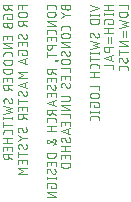
<source format=gbr>
G04 EAGLE Gerber RS-274X export*
G75*
%MOMM*%
%FSLAX34Y34*%
%LPD*%
%INSilkscreen Bottom*%
%IPPOS*%
%AMOC8*
5,1,8,0,0,1.08239X$1,22.5*%
G01*
%ADD10C,0.050800*%


D10*
X31242Y469646D02*
X23622Y469646D01*
X23622Y467529D01*
X23624Y467438D01*
X23630Y467347D01*
X23640Y467256D01*
X23653Y467166D01*
X23671Y467077D01*
X23692Y466988D01*
X23717Y466901D01*
X23746Y466814D01*
X23779Y466729D01*
X23815Y466646D01*
X23855Y466564D01*
X23898Y466484D01*
X23945Y466405D01*
X23995Y466329D01*
X24048Y466255D01*
X24104Y466184D01*
X24164Y466115D01*
X24226Y466048D01*
X24291Y465985D01*
X24359Y465924D01*
X24429Y465866D01*
X24502Y465811D01*
X24577Y465759D01*
X24654Y465711D01*
X24734Y465666D01*
X24815Y465624D01*
X24897Y465586D01*
X24982Y465552D01*
X25068Y465521D01*
X25155Y465494D01*
X25243Y465471D01*
X25332Y465452D01*
X25421Y465436D01*
X25512Y465424D01*
X25602Y465416D01*
X25693Y465412D01*
X25785Y465412D01*
X25876Y465416D01*
X25966Y465424D01*
X26057Y465436D01*
X26146Y465452D01*
X26235Y465471D01*
X26323Y465494D01*
X26410Y465521D01*
X26496Y465552D01*
X26581Y465586D01*
X26663Y465624D01*
X26744Y465666D01*
X26824Y465711D01*
X26901Y465759D01*
X26976Y465811D01*
X27049Y465866D01*
X27119Y465924D01*
X27187Y465985D01*
X27252Y466048D01*
X27314Y466115D01*
X27374Y466184D01*
X27430Y466255D01*
X27483Y466329D01*
X27533Y466405D01*
X27580Y466484D01*
X27623Y466564D01*
X27663Y466646D01*
X27699Y466729D01*
X27732Y466814D01*
X27761Y466901D01*
X27786Y466988D01*
X27807Y467077D01*
X27825Y467166D01*
X27838Y467256D01*
X27848Y467347D01*
X27854Y467438D01*
X27856Y467529D01*
X27855Y467529D02*
X27855Y469646D01*
X27855Y467106D02*
X31242Y465413D01*
X27009Y459166D02*
X27009Y457896D01*
X31242Y457896D01*
X31242Y460436D01*
X31240Y460517D01*
X31234Y460597D01*
X31225Y460677D01*
X31211Y460756D01*
X31194Y460835D01*
X31173Y460913D01*
X31149Y460990D01*
X31121Y461065D01*
X31089Y461139D01*
X31054Y461212D01*
X31015Y461283D01*
X30973Y461351D01*
X30928Y461418D01*
X30880Y461483D01*
X30828Y461545D01*
X30774Y461604D01*
X30717Y461661D01*
X30658Y461715D01*
X30596Y461767D01*
X30531Y461815D01*
X30464Y461860D01*
X30396Y461902D01*
X30325Y461941D01*
X30252Y461976D01*
X30178Y462008D01*
X30103Y462036D01*
X30026Y462060D01*
X29948Y462081D01*
X29869Y462098D01*
X29790Y462112D01*
X29710Y462121D01*
X29630Y462127D01*
X29549Y462129D01*
X25315Y462129D01*
X25234Y462127D01*
X25154Y462121D01*
X25074Y462112D01*
X24995Y462098D01*
X24916Y462081D01*
X24838Y462060D01*
X24761Y462036D01*
X24686Y462008D01*
X24612Y461976D01*
X24539Y461941D01*
X24469Y461902D01*
X24400Y461860D01*
X24333Y461815D01*
X24268Y461767D01*
X24206Y461716D01*
X24147Y461661D01*
X24090Y461604D01*
X24036Y461545D01*
X23984Y461483D01*
X23936Y461418D01*
X23891Y461351D01*
X23849Y461283D01*
X23810Y461212D01*
X23775Y461139D01*
X23743Y461065D01*
X23715Y460990D01*
X23691Y460913D01*
X23670Y460835D01*
X23653Y460756D01*
X23639Y460677D01*
X23630Y460597D01*
X23624Y460517D01*
X23622Y460436D01*
X23622Y457896D01*
X27009Y454230D02*
X27009Y452113D01*
X27008Y452113D02*
X27010Y452022D01*
X27016Y451931D01*
X27026Y451840D01*
X27039Y451750D01*
X27057Y451661D01*
X27078Y451572D01*
X27103Y451485D01*
X27132Y451398D01*
X27165Y451313D01*
X27201Y451230D01*
X27241Y451148D01*
X27284Y451068D01*
X27331Y450989D01*
X27381Y450913D01*
X27434Y450839D01*
X27490Y450768D01*
X27550Y450699D01*
X27612Y450632D01*
X27677Y450569D01*
X27745Y450508D01*
X27815Y450450D01*
X27888Y450395D01*
X27963Y450343D01*
X28040Y450295D01*
X28120Y450250D01*
X28201Y450208D01*
X28283Y450170D01*
X28368Y450136D01*
X28454Y450105D01*
X28541Y450078D01*
X28629Y450055D01*
X28718Y450036D01*
X28807Y450020D01*
X28898Y450008D01*
X28988Y450000D01*
X29079Y449996D01*
X29171Y449996D01*
X29262Y450000D01*
X29352Y450008D01*
X29443Y450020D01*
X29532Y450036D01*
X29621Y450055D01*
X29709Y450078D01*
X29796Y450105D01*
X29882Y450136D01*
X29967Y450170D01*
X30049Y450208D01*
X30130Y450250D01*
X30210Y450295D01*
X30287Y450343D01*
X30362Y450395D01*
X30435Y450450D01*
X30505Y450508D01*
X30573Y450569D01*
X30638Y450632D01*
X30700Y450699D01*
X30760Y450768D01*
X30816Y450839D01*
X30869Y450913D01*
X30919Y450989D01*
X30966Y451068D01*
X31009Y451148D01*
X31049Y451230D01*
X31085Y451313D01*
X31118Y451398D01*
X31147Y451485D01*
X31172Y451572D01*
X31193Y451661D01*
X31211Y451750D01*
X31224Y451840D01*
X31234Y451931D01*
X31240Y452022D01*
X31242Y452113D01*
X31242Y454230D01*
X23622Y454230D01*
X23622Y452113D01*
X23624Y452032D01*
X23630Y451952D01*
X23639Y451872D01*
X23653Y451793D01*
X23670Y451714D01*
X23691Y451636D01*
X23715Y451559D01*
X23743Y451484D01*
X23775Y451410D01*
X23810Y451337D01*
X23849Y451267D01*
X23891Y451198D01*
X23936Y451131D01*
X23984Y451066D01*
X24036Y451004D01*
X24090Y450945D01*
X24147Y450888D01*
X24206Y450834D01*
X24268Y450782D01*
X24333Y450734D01*
X24400Y450689D01*
X24468Y450647D01*
X24539Y450608D01*
X24612Y450573D01*
X24686Y450541D01*
X24761Y450513D01*
X24838Y450489D01*
X24916Y450468D01*
X24995Y450451D01*
X25074Y450437D01*
X25154Y450428D01*
X25234Y450422D01*
X25315Y450420D01*
X25396Y450422D01*
X25476Y450428D01*
X25556Y450437D01*
X25635Y450451D01*
X25714Y450468D01*
X25792Y450489D01*
X25869Y450513D01*
X25944Y450541D01*
X26018Y450573D01*
X26091Y450608D01*
X26162Y450647D01*
X26230Y450689D01*
X26297Y450734D01*
X26362Y450782D01*
X26424Y450834D01*
X26483Y450888D01*
X26540Y450945D01*
X26594Y451004D01*
X26646Y451066D01*
X26694Y451131D01*
X26739Y451198D01*
X26781Y451267D01*
X26820Y451337D01*
X26855Y451410D01*
X26887Y451484D01*
X26915Y451559D01*
X26939Y451636D01*
X26960Y451714D01*
X26977Y451793D01*
X26991Y451872D01*
X27000Y451952D01*
X27006Y452032D01*
X27008Y452113D01*
X31242Y443097D02*
X31242Y439710D01*
X31242Y443097D02*
X23622Y443097D01*
X23622Y439710D01*
X27009Y440557D02*
X27009Y443097D01*
X23622Y436770D02*
X31242Y436770D01*
X31242Y432536D02*
X23622Y436770D01*
X23622Y432536D02*
X31242Y432536D01*
X31242Y427536D02*
X31242Y425843D01*
X31242Y427536D02*
X31240Y427617D01*
X31234Y427697D01*
X31225Y427777D01*
X31211Y427856D01*
X31194Y427935D01*
X31173Y428013D01*
X31149Y428090D01*
X31121Y428165D01*
X31089Y428239D01*
X31054Y428312D01*
X31015Y428383D01*
X30973Y428451D01*
X30928Y428518D01*
X30880Y428583D01*
X30828Y428645D01*
X30774Y428704D01*
X30717Y428761D01*
X30658Y428815D01*
X30596Y428867D01*
X30531Y428915D01*
X30464Y428960D01*
X30396Y429002D01*
X30325Y429041D01*
X30252Y429076D01*
X30178Y429108D01*
X30103Y429136D01*
X30026Y429160D01*
X29948Y429181D01*
X29869Y429198D01*
X29790Y429212D01*
X29710Y429221D01*
X29630Y429227D01*
X29549Y429229D01*
X29549Y429230D02*
X25315Y429230D01*
X25315Y429229D02*
X25234Y429227D01*
X25154Y429221D01*
X25074Y429212D01*
X24995Y429198D01*
X24916Y429181D01*
X24838Y429160D01*
X24761Y429136D01*
X24686Y429108D01*
X24612Y429076D01*
X24539Y429041D01*
X24469Y429002D01*
X24400Y428960D01*
X24333Y428915D01*
X24268Y428867D01*
X24206Y428816D01*
X24147Y428761D01*
X24090Y428704D01*
X24036Y428645D01*
X23984Y428583D01*
X23936Y428518D01*
X23891Y428451D01*
X23849Y428383D01*
X23810Y428312D01*
X23775Y428239D01*
X23743Y428165D01*
X23715Y428090D01*
X23691Y428013D01*
X23670Y427935D01*
X23653Y427856D01*
X23639Y427777D01*
X23630Y427697D01*
X23624Y427617D01*
X23622Y427536D01*
X23622Y425843D01*
X25739Y423115D02*
X29125Y423115D01*
X25739Y423115D02*
X25648Y423113D01*
X25557Y423107D01*
X25466Y423097D01*
X25376Y423084D01*
X25287Y423066D01*
X25198Y423045D01*
X25111Y423020D01*
X25024Y422991D01*
X24939Y422958D01*
X24856Y422922D01*
X24774Y422882D01*
X24694Y422839D01*
X24615Y422792D01*
X24539Y422742D01*
X24465Y422689D01*
X24394Y422633D01*
X24325Y422573D01*
X24258Y422511D01*
X24195Y422446D01*
X24134Y422378D01*
X24076Y422308D01*
X24021Y422235D01*
X23969Y422160D01*
X23921Y422083D01*
X23876Y422003D01*
X23834Y421922D01*
X23796Y421840D01*
X23762Y421755D01*
X23731Y421669D01*
X23704Y421582D01*
X23681Y421494D01*
X23662Y421405D01*
X23646Y421316D01*
X23634Y421225D01*
X23626Y421135D01*
X23622Y421044D01*
X23622Y420952D01*
X23626Y420861D01*
X23634Y420771D01*
X23646Y420680D01*
X23662Y420591D01*
X23681Y420502D01*
X23704Y420414D01*
X23731Y420327D01*
X23762Y420241D01*
X23796Y420156D01*
X23834Y420074D01*
X23876Y419993D01*
X23921Y419913D01*
X23969Y419836D01*
X24021Y419761D01*
X24076Y419688D01*
X24134Y419618D01*
X24195Y419550D01*
X24258Y419485D01*
X24325Y419423D01*
X24394Y419363D01*
X24465Y419307D01*
X24539Y419254D01*
X24615Y419204D01*
X24694Y419157D01*
X24774Y419114D01*
X24856Y419074D01*
X24939Y419038D01*
X25024Y419005D01*
X25111Y418976D01*
X25198Y418951D01*
X25287Y418930D01*
X25376Y418912D01*
X25466Y418899D01*
X25557Y418889D01*
X25648Y418883D01*
X25739Y418881D01*
X29125Y418881D01*
X29216Y418883D01*
X29307Y418889D01*
X29398Y418899D01*
X29488Y418912D01*
X29577Y418930D01*
X29666Y418951D01*
X29753Y418976D01*
X29840Y419005D01*
X29925Y419038D01*
X30008Y419074D01*
X30090Y419114D01*
X30170Y419157D01*
X30249Y419204D01*
X30325Y419254D01*
X30399Y419307D01*
X30470Y419363D01*
X30539Y419423D01*
X30606Y419485D01*
X30669Y419550D01*
X30730Y419618D01*
X30788Y419688D01*
X30843Y419761D01*
X30895Y419836D01*
X30943Y419913D01*
X30988Y419993D01*
X31030Y420074D01*
X31068Y420156D01*
X31102Y420241D01*
X31133Y420327D01*
X31160Y420414D01*
X31183Y420502D01*
X31202Y420591D01*
X31218Y420680D01*
X31230Y420771D01*
X31238Y420861D01*
X31242Y420952D01*
X31242Y421044D01*
X31238Y421135D01*
X31230Y421225D01*
X31218Y421316D01*
X31202Y421405D01*
X31183Y421494D01*
X31160Y421582D01*
X31133Y421669D01*
X31102Y421755D01*
X31068Y421840D01*
X31030Y421922D01*
X30988Y422003D01*
X30943Y422083D01*
X30895Y422160D01*
X30843Y422235D01*
X30788Y422308D01*
X30730Y422378D01*
X30669Y422446D01*
X30606Y422511D01*
X30539Y422573D01*
X30470Y422633D01*
X30399Y422689D01*
X30325Y422742D01*
X30249Y422792D01*
X30170Y422839D01*
X30090Y422882D01*
X30008Y422922D01*
X29925Y422958D01*
X29840Y422991D01*
X29753Y423020D01*
X29666Y423045D01*
X29577Y423066D01*
X29488Y423084D01*
X29398Y423097D01*
X29307Y423107D01*
X29216Y423113D01*
X29125Y423115D01*
X31242Y415556D02*
X23622Y415556D01*
X23622Y413439D01*
X23624Y413349D01*
X23630Y413259D01*
X23639Y413170D01*
X23652Y413081D01*
X23670Y412993D01*
X23690Y412906D01*
X23715Y412819D01*
X23743Y412734D01*
X23775Y412650D01*
X23810Y412567D01*
X23849Y412486D01*
X23891Y412407D01*
X23936Y412329D01*
X23985Y412254D01*
X24037Y412180D01*
X24092Y412109D01*
X24150Y412040D01*
X24211Y411974D01*
X24274Y411911D01*
X24340Y411850D01*
X24409Y411792D01*
X24480Y411737D01*
X24554Y411685D01*
X24629Y411636D01*
X24707Y411591D01*
X24786Y411549D01*
X24867Y411510D01*
X24950Y411475D01*
X25034Y411443D01*
X25119Y411415D01*
X25206Y411390D01*
X25293Y411370D01*
X25381Y411352D01*
X25470Y411339D01*
X25559Y411330D01*
X25649Y411324D01*
X25739Y411322D01*
X29125Y411322D01*
X29215Y411324D01*
X29305Y411330D01*
X29394Y411339D01*
X29483Y411352D01*
X29571Y411370D01*
X29658Y411390D01*
X29745Y411415D01*
X29830Y411443D01*
X29914Y411475D01*
X29997Y411510D01*
X30078Y411549D01*
X30157Y411591D01*
X30235Y411636D01*
X30310Y411685D01*
X30384Y411737D01*
X30455Y411792D01*
X30524Y411850D01*
X30590Y411911D01*
X30653Y411974D01*
X30714Y412040D01*
X30772Y412109D01*
X30827Y412180D01*
X30879Y412254D01*
X30928Y412329D01*
X30973Y412407D01*
X31015Y412486D01*
X31054Y412567D01*
X31089Y412650D01*
X31121Y412734D01*
X31149Y412819D01*
X31174Y412906D01*
X31194Y412993D01*
X31212Y413081D01*
X31225Y413170D01*
X31234Y413259D01*
X31240Y413349D01*
X31242Y413439D01*
X31242Y415556D01*
X31242Y407740D02*
X31242Y404353D01*
X31242Y407740D02*
X23622Y407740D01*
X23622Y404353D01*
X27009Y405200D02*
X27009Y407740D01*
X23622Y401371D02*
X31242Y401371D01*
X23622Y401371D02*
X23622Y399254D01*
X23624Y399163D01*
X23630Y399072D01*
X23640Y398981D01*
X23653Y398891D01*
X23671Y398802D01*
X23692Y398713D01*
X23717Y398626D01*
X23746Y398539D01*
X23779Y398454D01*
X23815Y398371D01*
X23855Y398289D01*
X23898Y398209D01*
X23945Y398130D01*
X23995Y398054D01*
X24048Y397980D01*
X24104Y397909D01*
X24164Y397840D01*
X24226Y397773D01*
X24291Y397710D01*
X24359Y397649D01*
X24429Y397591D01*
X24502Y397536D01*
X24577Y397484D01*
X24654Y397436D01*
X24734Y397391D01*
X24815Y397349D01*
X24897Y397311D01*
X24982Y397277D01*
X25068Y397246D01*
X25155Y397219D01*
X25243Y397196D01*
X25332Y397177D01*
X25421Y397161D01*
X25512Y397149D01*
X25602Y397141D01*
X25693Y397137D01*
X25785Y397137D01*
X25876Y397141D01*
X25966Y397149D01*
X26057Y397161D01*
X26146Y397177D01*
X26235Y397196D01*
X26323Y397219D01*
X26410Y397246D01*
X26496Y397277D01*
X26581Y397311D01*
X26663Y397349D01*
X26744Y397391D01*
X26824Y397436D01*
X26901Y397484D01*
X26976Y397536D01*
X27049Y397591D01*
X27119Y397649D01*
X27187Y397710D01*
X27252Y397773D01*
X27314Y397840D01*
X27374Y397909D01*
X27430Y397980D01*
X27483Y398054D01*
X27533Y398130D01*
X27580Y398209D01*
X27623Y398289D01*
X27663Y398371D01*
X27699Y398454D01*
X27732Y398539D01*
X27761Y398626D01*
X27786Y398713D01*
X27807Y398802D01*
X27825Y398891D01*
X27838Y398981D01*
X27848Y399072D01*
X27854Y399163D01*
X27856Y399254D01*
X27855Y399254D02*
X27855Y401371D01*
X27855Y398831D02*
X31242Y397138D01*
X31242Y387900D02*
X31240Y387819D01*
X31234Y387739D01*
X31225Y387659D01*
X31211Y387580D01*
X31194Y387501D01*
X31173Y387423D01*
X31149Y387346D01*
X31121Y387271D01*
X31089Y387197D01*
X31054Y387124D01*
X31015Y387054D01*
X30973Y386985D01*
X30928Y386918D01*
X30880Y386853D01*
X30828Y386791D01*
X30774Y386732D01*
X30717Y386675D01*
X30658Y386621D01*
X30596Y386569D01*
X30531Y386521D01*
X30464Y386476D01*
X30396Y386434D01*
X30325Y386395D01*
X30252Y386360D01*
X30178Y386328D01*
X30103Y386300D01*
X30026Y386276D01*
X29948Y386255D01*
X29869Y386238D01*
X29790Y386224D01*
X29710Y386215D01*
X29630Y386209D01*
X29549Y386207D01*
X31242Y387900D02*
X31240Y388018D01*
X31234Y388135D01*
X31225Y388252D01*
X31211Y388369D01*
X31194Y388486D01*
X31173Y388601D01*
X31148Y388716D01*
X31119Y388831D01*
X31086Y388944D01*
X31050Y389056D01*
X31010Y389166D01*
X30967Y389276D01*
X30920Y389384D01*
X30869Y389490D01*
X30815Y389594D01*
X30758Y389697D01*
X30697Y389798D01*
X30633Y389897D01*
X30566Y389993D01*
X30495Y390087D01*
X30422Y390179D01*
X30345Y390269D01*
X30266Y390356D01*
X30184Y390440D01*
X25315Y390228D02*
X25234Y390226D01*
X25154Y390220D01*
X25074Y390211D01*
X24995Y390197D01*
X24916Y390180D01*
X24838Y390159D01*
X24761Y390135D01*
X24686Y390107D01*
X24612Y390075D01*
X24539Y390040D01*
X24469Y390001D01*
X24400Y389959D01*
X24333Y389914D01*
X24268Y389866D01*
X24206Y389814D01*
X24147Y389760D01*
X24090Y389703D01*
X24036Y389644D01*
X23984Y389582D01*
X23936Y389517D01*
X23891Y389450D01*
X23849Y389382D01*
X23810Y389311D01*
X23775Y389238D01*
X23743Y389164D01*
X23715Y389089D01*
X23691Y389012D01*
X23670Y388934D01*
X23653Y388855D01*
X23639Y388776D01*
X23630Y388696D01*
X23624Y388616D01*
X23622Y388535D01*
X23624Y388428D01*
X23629Y388320D01*
X23638Y388213D01*
X23651Y388106D01*
X23667Y388000D01*
X23687Y387894D01*
X23711Y387789D01*
X23738Y387685D01*
X23768Y387582D01*
X23802Y387480D01*
X23840Y387379D01*
X23881Y387280D01*
X23925Y387182D01*
X23972Y387085D01*
X24023Y386990D01*
X24077Y386897D01*
X24134Y386806D01*
X24194Y386717D01*
X24257Y386630D01*
X26797Y389382D02*
X26754Y389451D01*
X26708Y389518D01*
X26659Y389583D01*
X26607Y389645D01*
X26552Y389704D01*
X26494Y389761D01*
X26433Y389816D01*
X26371Y389867D01*
X26305Y389915D01*
X26238Y389960D01*
X26168Y390002D01*
X26097Y390041D01*
X26024Y390076D01*
X25949Y390108D01*
X25873Y390136D01*
X25796Y390161D01*
X25717Y390181D01*
X25638Y390198D01*
X25558Y390212D01*
X25477Y390221D01*
X25396Y390227D01*
X25315Y390229D01*
X28067Y387054D02*
X28110Y386985D01*
X28156Y386918D01*
X28205Y386853D01*
X28257Y386791D01*
X28312Y386732D01*
X28370Y386675D01*
X28431Y386620D01*
X28493Y386569D01*
X28559Y386521D01*
X28626Y386476D01*
X28696Y386434D01*
X28767Y386395D01*
X28840Y386360D01*
X28915Y386328D01*
X28991Y386300D01*
X29068Y386275D01*
X29147Y386255D01*
X29226Y386238D01*
X29306Y386224D01*
X29387Y386215D01*
X29468Y386209D01*
X29549Y386207D01*
X28067Y387054D02*
X26797Y389382D01*
X23622Y383664D02*
X31242Y381970D01*
X26162Y380277D01*
X31242Y378584D01*
X23622Y376890D01*
X23622Y373449D02*
X31242Y373449D01*
X31242Y372603D02*
X31242Y374296D01*
X23622Y374296D02*
X23622Y372603D01*
X23622Y368085D02*
X31242Y368085D01*
X23622Y370202D02*
X23622Y365968D01*
X31242Y361700D02*
X31242Y360006D01*
X31242Y361700D02*
X31240Y361781D01*
X31234Y361861D01*
X31225Y361941D01*
X31211Y362020D01*
X31194Y362099D01*
X31173Y362177D01*
X31149Y362254D01*
X31121Y362329D01*
X31089Y362403D01*
X31054Y362476D01*
X31015Y362547D01*
X30973Y362615D01*
X30928Y362682D01*
X30880Y362747D01*
X30828Y362809D01*
X30774Y362868D01*
X30717Y362925D01*
X30658Y362979D01*
X30596Y363031D01*
X30531Y363079D01*
X30464Y363124D01*
X30396Y363166D01*
X30325Y363205D01*
X30252Y363240D01*
X30178Y363272D01*
X30103Y363300D01*
X30026Y363324D01*
X29948Y363345D01*
X29869Y363362D01*
X29790Y363376D01*
X29710Y363385D01*
X29630Y363391D01*
X29549Y363393D01*
X25315Y363393D01*
X25234Y363391D01*
X25154Y363385D01*
X25074Y363376D01*
X24995Y363362D01*
X24916Y363345D01*
X24838Y363324D01*
X24761Y363300D01*
X24686Y363272D01*
X24612Y363240D01*
X24539Y363205D01*
X24469Y363166D01*
X24400Y363124D01*
X24333Y363079D01*
X24268Y363031D01*
X24206Y362980D01*
X24147Y362925D01*
X24090Y362868D01*
X24036Y362809D01*
X23984Y362747D01*
X23936Y362682D01*
X23891Y362615D01*
X23849Y362547D01*
X23810Y362476D01*
X23775Y362403D01*
X23743Y362329D01*
X23715Y362254D01*
X23691Y362177D01*
X23670Y362099D01*
X23653Y362020D01*
X23639Y361941D01*
X23630Y361861D01*
X23624Y361781D01*
X23622Y361700D01*
X23622Y360006D01*
X23622Y357034D02*
X31242Y357034D01*
X27009Y357034D02*
X27009Y352801D01*
X23622Y352801D02*
X31242Y352801D01*
X31242Y349219D02*
X31242Y345832D01*
X31242Y349219D02*
X23622Y349219D01*
X23622Y345832D01*
X27009Y346679D02*
X27009Y349219D01*
X23622Y342850D02*
X31242Y342850D01*
X23622Y342850D02*
X23622Y340733D01*
X23624Y340642D01*
X23630Y340551D01*
X23640Y340460D01*
X23653Y340370D01*
X23671Y340281D01*
X23692Y340192D01*
X23717Y340105D01*
X23746Y340018D01*
X23779Y339933D01*
X23815Y339850D01*
X23855Y339768D01*
X23898Y339688D01*
X23945Y339609D01*
X23995Y339533D01*
X24048Y339459D01*
X24104Y339388D01*
X24164Y339319D01*
X24226Y339252D01*
X24291Y339189D01*
X24359Y339128D01*
X24429Y339070D01*
X24502Y339015D01*
X24577Y338963D01*
X24654Y338915D01*
X24734Y338870D01*
X24815Y338828D01*
X24897Y338790D01*
X24982Y338756D01*
X25068Y338725D01*
X25155Y338698D01*
X25243Y338675D01*
X25332Y338656D01*
X25421Y338640D01*
X25512Y338628D01*
X25602Y338620D01*
X25693Y338616D01*
X25785Y338616D01*
X25876Y338620D01*
X25966Y338628D01*
X26057Y338640D01*
X26146Y338656D01*
X26235Y338675D01*
X26323Y338698D01*
X26410Y338725D01*
X26496Y338756D01*
X26581Y338790D01*
X26663Y338828D01*
X26744Y338870D01*
X26824Y338915D01*
X26901Y338963D01*
X26976Y339015D01*
X27049Y339070D01*
X27119Y339128D01*
X27187Y339189D01*
X27252Y339252D01*
X27314Y339319D01*
X27374Y339388D01*
X27430Y339459D01*
X27483Y339533D01*
X27533Y339609D01*
X27580Y339688D01*
X27623Y339768D01*
X27663Y339850D01*
X27699Y339933D01*
X27732Y340018D01*
X27761Y340105D01*
X27786Y340192D01*
X27807Y340281D01*
X27825Y340370D01*
X27838Y340460D01*
X27848Y340551D01*
X27854Y340642D01*
X27856Y340733D01*
X27855Y340733D02*
X27855Y342850D01*
X27855Y340310D02*
X31242Y338616D01*
X35814Y469646D02*
X43434Y469646D01*
X35814Y469646D02*
X35814Y466259D01*
X39201Y466259D02*
X39201Y469646D01*
X37931Y463563D02*
X41317Y463563D01*
X37931Y463563D02*
X37840Y463561D01*
X37749Y463555D01*
X37658Y463545D01*
X37568Y463532D01*
X37479Y463514D01*
X37390Y463493D01*
X37303Y463468D01*
X37216Y463439D01*
X37131Y463406D01*
X37048Y463370D01*
X36966Y463330D01*
X36886Y463287D01*
X36807Y463240D01*
X36731Y463190D01*
X36657Y463137D01*
X36586Y463081D01*
X36517Y463021D01*
X36450Y462959D01*
X36387Y462894D01*
X36326Y462826D01*
X36268Y462756D01*
X36213Y462683D01*
X36161Y462608D01*
X36113Y462531D01*
X36068Y462451D01*
X36026Y462370D01*
X35988Y462288D01*
X35954Y462203D01*
X35923Y462117D01*
X35896Y462030D01*
X35873Y461942D01*
X35854Y461853D01*
X35838Y461764D01*
X35826Y461673D01*
X35818Y461583D01*
X35814Y461492D01*
X35814Y461400D01*
X35818Y461309D01*
X35826Y461219D01*
X35838Y461128D01*
X35854Y461039D01*
X35873Y460950D01*
X35896Y460862D01*
X35923Y460775D01*
X35954Y460689D01*
X35988Y460604D01*
X36026Y460522D01*
X36068Y460441D01*
X36113Y460361D01*
X36161Y460284D01*
X36213Y460209D01*
X36268Y460136D01*
X36326Y460066D01*
X36387Y459998D01*
X36450Y459933D01*
X36517Y459871D01*
X36586Y459811D01*
X36657Y459755D01*
X36731Y459702D01*
X36807Y459652D01*
X36886Y459605D01*
X36966Y459562D01*
X37048Y459522D01*
X37131Y459486D01*
X37216Y459453D01*
X37303Y459424D01*
X37390Y459399D01*
X37479Y459378D01*
X37568Y459360D01*
X37658Y459347D01*
X37749Y459337D01*
X37840Y459331D01*
X37931Y459329D01*
X37931Y459330D02*
X41317Y459330D01*
X41317Y459329D02*
X41408Y459331D01*
X41499Y459337D01*
X41590Y459347D01*
X41680Y459360D01*
X41769Y459378D01*
X41858Y459399D01*
X41945Y459424D01*
X42032Y459453D01*
X42117Y459486D01*
X42200Y459522D01*
X42282Y459562D01*
X42362Y459605D01*
X42441Y459652D01*
X42517Y459702D01*
X42591Y459755D01*
X42662Y459811D01*
X42731Y459871D01*
X42798Y459933D01*
X42861Y459998D01*
X42922Y460066D01*
X42980Y460136D01*
X43035Y460209D01*
X43087Y460284D01*
X43135Y460361D01*
X43180Y460441D01*
X43222Y460522D01*
X43260Y460604D01*
X43294Y460689D01*
X43325Y460775D01*
X43352Y460862D01*
X43375Y460950D01*
X43394Y461039D01*
X43410Y461128D01*
X43422Y461219D01*
X43430Y461309D01*
X43434Y461400D01*
X43434Y461492D01*
X43430Y461583D01*
X43422Y461673D01*
X43410Y461764D01*
X43394Y461853D01*
X43375Y461942D01*
X43352Y462030D01*
X43325Y462117D01*
X43294Y462203D01*
X43260Y462288D01*
X43222Y462370D01*
X43180Y462451D01*
X43135Y462531D01*
X43087Y462608D01*
X43035Y462683D01*
X42980Y462756D01*
X42922Y462826D01*
X42861Y462894D01*
X42798Y462959D01*
X42731Y463021D01*
X42662Y463081D01*
X42591Y463137D01*
X42517Y463190D01*
X42441Y463240D01*
X42362Y463287D01*
X42282Y463330D01*
X42200Y463370D01*
X42117Y463406D01*
X42032Y463439D01*
X41945Y463468D01*
X41858Y463493D01*
X41769Y463514D01*
X41680Y463532D01*
X41590Y463545D01*
X41499Y463555D01*
X41408Y463561D01*
X41317Y463563D01*
X43434Y455962D02*
X35814Y455962D01*
X35814Y453845D01*
X35816Y453754D01*
X35822Y453663D01*
X35832Y453572D01*
X35845Y453482D01*
X35863Y453393D01*
X35884Y453304D01*
X35909Y453217D01*
X35938Y453130D01*
X35971Y453045D01*
X36007Y452962D01*
X36047Y452880D01*
X36090Y452800D01*
X36137Y452721D01*
X36187Y452645D01*
X36240Y452571D01*
X36296Y452500D01*
X36356Y452431D01*
X36418Y452364D01*
X36483Y452301D01*
X36551Y452240D01*
X36621Y452182D01*
X36694Y452127D01*
X36769Y452075D01*
X36846Y452027D01*
X36926Y451982D01*
X37007Y451940D01*
X37089Y451902D01*
X37174Y451868D01*
X37260Y451837D01*
X37347Y451810D01*
X37435Y451787D01*
X37524Y451768D01*
X37613Y451752D01*
X37704Y451740D01*
X37794Y451732D01*
X37885Y451728D01*
X37977Y451728D01*
X38068Y451732D01*
X38158Y451740D01*
X38249Y451752D01*
X38338Y451768D01*
X38427Y451787D01*
X38515Y451810D01*
X38602Y451837D01*
X38688Y451868D01*
X38773Y451902D01*
X38855Y451940D01*
X38936Y451982D01*
X39016Y452027D01*
X39093Y452075D01*
X39168Y452127D01*
X39241Y452182D01*
X39311Y452240D01*
X39379Y452301D01*
X39444Y452364D01*
X39506Y452431D01*
X39566Y452500D01*
X39622Y452571D01*
X39675Y452645D01*
X39725Y452721D01*
X39772Y452800D01*
X39815Y452880D01*
X39855Y452962D01*
X39891Y453045D01*
X39924Y453130D01*
X39953Y453217D01*
X39978Y453304D01*
X39999Y453393D01*
X40017Y453482D01*
X40030Y453572D01*
X40040Y453663D01*
X40046Y453754D01*
X40048Y453845D01*
X40047Y453845D02*
X40047Y455962D01*
X40047Y453422D02*
X43434Y451729D01*
X43434Y442491D02*
X43432Y442410D01*
X43426Y442330D01*
X43417Y442250D01*
X43403Y442171D01*
X43386Y442092D01*
X43365Y442014D01*
X43341Y441937D01*
X43313Y441862D01*
X43281Y441788D01*
X43246Y441715D01*
X43207Y441645D01*
X43165Y441576D01*
X43120Y441509D01*
X43072Y441444D01*
X43020Y441382D01*
X42966Y441323D01*
X42909Y441266D01*
X42850Y441212D01*
X42788Y441160D01*
X42723Y441112D01*
X42656Y441067D01*
X42588Y441025D01*
X42517Y440986D01*
X42444Y440951D01*
X42370Y440919D01*
X42295Y440891D01*
X42218Y440867D01*
X42140Y440846D01*
X42061Y440829D01*
X41982Y440815D01*
X41902Y440806D01*
X41822Y440800D01*
X41741Y440798D01*
X43434Y442491D02*
X43432Y442609D01*
X43426Y442726D01*
X43417Y442843D01*
X43403Y442960D01*
X43386Y443077D01*
X43365Y443192D01*
X43340Y443307D01*
X43311Y443422D01*
X43278Y443535D01*
X43242Y443647D01*
X43202Y443757D01*
X43159Y443867D01*
X43112Y443975D01*
X43061Y444081D01*
X43007Y444185D01*
X42950Y444288D01*
X42889Y444389D01*
X42825Y444488D01*
X42758Y444584D01*
X42687Y444678D01*
X42614Y444770D01*
X42537Y444860D01*
X42458Y444947D01*
X42376Y445031D01*
X37507Y444819D02*
X37426Y444817D01*
X37346Y444811D01*
X37266Y444802D01*
X37187Y444788D01*
X37108Y444771D01*
X37030Y444750D01*
X36953Y444726D01*
X36878Y444698D01*
X36804Y444666D01*
X36731Y444631D01*
X36661Y444592D01*
X36592Y444550D01*
X36525Y444505D01*
X36460Y444457D01*
X36398Y444405D01*
X36339Y444351D01*
X36282Y444294D01*
X36228Y444235D01*
X36176Y444173D01*
X36128Y444108D01*
X36083Y444041D01*
X36041Y443973D01*
X36002Y443902D01*
X35967Y443829D01*
X35935Y443755D01*
X35907Y443680D01*
X35883Y443603D01*
X35862Y443525D01*
X35845Y443446D01*
X35831Y443367D01*
X35822Y443287D01*
X35816Y443207D01*
X35814Y443126D01*
X35816Y443019D01*
X35821Y442911D01*
X35830Y442804D01*
X35843Y442697D01*
X35859Y442591D01*
X35879Y442485D01*
X35903Y442380D01*
X35930Y442276D01*
X35960Y442173D01*
X35994Y442071D01*
X36032Y441970D01*
X36073Y441871D01*
X36117Y441773D01*
X36164Y441676D01*
X36215Y441581D01*
X36269Y441488D01*
X36326Y441397D01*
X36386Y441308D01*
X36449Y441221D01*
X38989Y443973D02*
X38946Y444042D01*
X38900Y444109D01*
X38851Y444174D01*
X38799Y444236D01*
X38744Y444295D01*
X38686Y444352D01*
X38625Y444407D01*
X38563Y444458D01*
X38497Y444506D01*
X38430Y444551D01*
X38360Y444593D01*
X38289Y444632D01*
X38216Y444667D01*
X38141Y444699D01*
X38065Y444727D01*
X37988Y444752D01*
X37909Y444772D01*
X37830Y444789D01*
X37750Y444803D01*
X37669Y444812D01*
X37588Y444818D01*
X37507Y444820D01*
X40259Y441645D02*
X40302Y441576D01*
X40348Y441509D01*
X40397Y441444D01*
X40449Y441382D01*
X40504Y441323D01*
X40562Y441266D01*
X40623Y441211D01*
X40685Y441160D01*
X40751Y441112D01*
X40818Y441067D01*
X40888Y441025D01*
X40959Y440986D01*
X41032Y440951D01*
X41107Y440919D01*
X41183Y440891D01*
X41260Y440866D01*
X41339Y440846D01*
X41418Y440829D01*
X41498Y440815D01*
X41579Y440806D01*
X41660Y440800D01*
X41741Y440798D01*
X40259Y441644D02*
X38989Y443973D01*
X43434Y437703D02*
X43434Y434316D01*
X43434Y437703D02*
X35814Y437703D01*
X35814Y434316D01*
X39201Y435163D02*
X39201Y437703D01*
X39201Y428413D02*
X39201Y427143D01*
X43434Y427143D01*
X43434Y429683D01*
X43432Y429764D01*
X43426Y429844D01*
X43417Y429924D01*
X43403Y430003D01*
X43386Y430082D01*
X43365Y430160D01*
X43341Y430237D01*
X43313Y430312D01*
X43281Y430386D01*
X43246Y430459D01*
X43207Y430530D01*
X43165Y430598D01*
X43120Y430665D01*
X43072Y430730D01*
X43020Y430792D01*
X42966Y430851D01*
X42909Y430908D01*
X42850Y430962D01*
X42788Y431014D01*
X42723Y431062D01*
X42656Y431107D01*
X42588Y431149D01*
X42517Y431188D01*
X42444Y431223D01*
X42370Y431255D01*
X42295Y431283D01*
X42218Y431307D01*
X42140Y431328D01*
X42061Y431345D01*
X41982Y431359D01*
X41902Y431368D01*
X41822Y431374D01*
X41741Y431376D01*
X37507Y431376D01*
X37426Y431374D01*
X37346Y431368D01*
X37266Y431359D01*
X37187Y431345D01*
X37108Y431328D01*
X37030Y431307D01*
X36953Y431283D01*
X36878Y431255D01*
X36804Y431223D01*
X36731Y431188D01*
X36661Y431149D01*
X36592Y431107D01*
X36525Y431062D01*
X36460Y431014D01*
X36398Y430963D01*
X36339Y430908D01*
X36282Y430851D01*
X36228Y430792D01*
X36176Y430730D01*
X36128Y430665D01*
X36083Y430598D01*
X36041Y430530D01*
X36002Y430459D01*
X35967Y430386D01*
X35935Y430312D01*
X35907Y430237D01*
X35883Y430160D01*
X35862Y430082D01*
X35845Y430003D01*
X35831Y429924D01*
X35822Y429844D01*
X35816Y429764D01*
X35814Y429683D01*
X35814Y427143D01*
X35814Y421700D02*
X43434Y424240D01*
X43434Y419160D02*
X35814Y421700D01*
X41529Y419795D02*
X41529Y423605D01*
X43434Y412292D02*
X35814Y412292D01*
X40047Y409752D01*
X35814Y407212D01*
X43434Y407212D01*
X43434Y404246D02*
X35814Y401706D01*
X43434Y399166D01*
X41529Y399801D02*
X41529Y403611D01*
X43434Y394211D02*
X43432Y394130D01*
X43426Y394050D01*
X43417Y393970D01*
X43403Y393891D01*
X43386Y393812D01*
X43365Y393734D01*
X43341Y393657D01*
X43313Y393582D01*
X43281Y393508D01*
X43246Y393435D01*
X43207Y393365D01*
X43165Y393296D01*
X43120Y393229D01*
X43072Y393164D01*
X43020Y393102D01*
X42966Y393043D01*
X42909Y392986D01*
X42850Y392932D01*
X42788Y392880D01*
X42723Y392832D01*
X42656Y392787D01*
X42588Y392745D01*
X42517Y392706D01*
X42444Y392671D01*
X42370Y392639D01*
X42295Y392611D01*
X42218Y392587D01*
X42140Y392566D01*
X42061Y392549D01*
X41982Y392535D01*
X41902Y392526D01*
X41822Y392520D01*
X41741Y392518D01*
X43434Y394211D02*
X43432Y394329D01*
X43426Y394446D01*
X43417Y394563D01*
X43403Y394680D01*
X43386Y394797D01*
X43365Y394912D01*
X43340Y395027D01*
X43311Y395142D01*
X43278Y395255D01*
X43242Y395367D01*
X43202Y395477D01*
X43159Y395587D01*
X43112Y395695D01*
X43061Y395801D01*
X43007Y395905D01*
X42950Y396008D01*
X42889Y396109D01*
X42825Y396208D01*
X42758Y396304D01*
X42687Y396398D01*
X42614Y396490D01*
X42537Y396580D01*
X42458Y396667D01*
X42376Y396751D01*
X37507Y396539D02*
X37426Y396537D01*
X37346Y396531D01*
X37266Y396522D01*
X37187Y396508D01*
X37108Y396491D01*
X37030Y396470D01*
X36953Y396446D01*
X36878Y396418D01*
X36804Y396386D01*
X36731Y396351D01*
X36661Y396312D01*
X36592Y396270D01*
X36525Y396225D01*
X36460Y396177D01*
X36398Y396125D01*
X36339Y396071D01*
X36282Y396014D01*
X36228Y395955D01*
X36176Y395893D01*
X36128Y395828D01*
X36083Y395761D01*
X36041Y395693D01*
X36002Y395622D01*
X35967Y395549D01*
X35935Y395475D01*
X35907Y395400D01*
X35883Y395323D01*
X35862Y395245D01*
X35845Y395166D01*
X35831Y395087D01*
X35822Y395007D01*
X35816Y394927D01*
X35814Y394846D01*
X35816Y394739D01*
X35821Y394631D01*
X35830Y394524D01*
X35843Y394417D01*
X35859Y394311D01*
X35879Y394205D01*
X35903Y394100D01*
X35930Y393996D01*
X35960Y393893D01*
X35994Y393791D01*
X36032Y393690D01*
X36073Y393591D01*
X36117Y393493D01*
X36164Y393396D01*
X36215Y393301D01*
X36269Y393208D01*
X36326Y393117D01*
X36386Y393028D01*
X36449Y392941D01*
X38989Y395693D02*
X38946Y395762D01*
X38900Y395829D01*
X38851Y395894D01*
X38799Y395956D01*
X38744Y396015D01*
X38686Y396072D01*
X38625Y396127D01*
X38563Y396178D01*
X38497Y396226D01*
X38430Y396271D01*
X38360Y396313D01*
X38289Y396352D01*
X38216Y396387D01*
X38141Y396419D01*
X38065Y396447D01*
X37988Y396472D01*
X37909Y396492D01*
X37830Y396509D01*
X37750Y396523D01*
X37669Y396532D01*
X37588Y396538D01*
X37507Y396540D01*
X40259Y393364D02*
X40302Y393295D01*
X40348Y393228D01*
X40397Y393163D01*
X40449Y393101D01*
X40504Y393042D01*
X40562Y392985D01*
X40623Y392930D01*
X40685Y392879D01*
X40751Y392831D01*
X40818Y392786D01*
X40888Y392744D01*
X40959Y392705D01*
X41032Y392670D01*
X41107Y392638D01*
X41183Y392610D01*
X41260Y392585D01*
X41339Y392565D01*
X41418Y392548D01*
X41498Y392534D01*
X41579Y392525D01*
X41660Y392519D01*
X41741Y392517D01*
X40259Y393364D02*
X38989Y395693D01*
X35814Y388051D02*
X43434Y388051D01*
X35814Y390167D02*
X35814Y385934D01*
X43434Y383083D02*
X43434Y379696D01*
X43434Y383083D02*
X35814Y383083D01*
X35814Y379696D01*
X39201Y380543D02*
X39201Y383083D01*
X35814Y376714D02*
X43434Y376714D01*
X35814Y376714D02*
X35814Y374598D01*
X35816Y374507D01*
X35822Y374416D01*
X35832Y374325D01*
X35845Y374235D01*
X35863Y374146D01*
X35884Y374057D01*
X35909Y373970D01*
X35938Y373883D01*
X35971Y373798D01*
X36007Y373715D01*
X36047Y373633D01*
X36090Y373553D01*
X36137Y373474D01*
X36187Y373398D01*
X36240Y373324D01*
X36296Y373253D01*
X36356Y373184D01*
X36418Y373117D01*
X36483Y373054D01*
X36551Y372993D01*
X36621Y372935D01*
X36694Y372880D01*
X36769Y372828D01*
X36846Y372780D01*
X36926Y372735D01*
X37007Y372693D01*
X37089Y372655D01*
X37174Y372621D01*
X37260Y372590D01*
X37347Y372563D01*
X37435Y372540D01*
X37524Y372521D01*
X37613Y372505D01*
X37704Y372493D01*
X37794Y372485D01*
X37885Y372481D01*
X37977Y372481D01*
X38068Y372485D01*
X38158Y372493D01*
X38249Y372505D01*
X38338Y372521D01*
X38427Y372540D01*
X38515Y372563D01*
X38602Y372590D01*
X38688Y372621D01*
X38773Y372655D01*
X38855Y372693D01*
X38936Y372735D01*
X39016Y372780D01*
X39093Y372828D01*
X39168Y372880D01*
X39241Y372935D01*
X39311Y372993D01*
X39379Y373054D01*
X39444Y373117D01*
X39506Y373184D01*
X39566Y373253D01*
X39622Y373324D01*
X39675Y373398D01*
X39725Y373474D01*
X39772Y373553D01*
X39815Y373633D01*
X39855Y373715D01*
X39891Y373798D01*
X39924Y373883D01*
X39953Y373970D01*
X39978Y374057D01*
X39999Y374146D01*
X40017Y374235D01*
X40030Y374325D01*
X40040Y374416D01*
X40046Y374507D01*
X40048Y374598D01*
X40047Y374598D02*
X40047Y376714D01*
X40047Y374174D02*
X43434Y372481D01*
X43434Y363243D02*
X43432Y363162D01*
X43426Y363082D01*
X43417Y363002D01*
X43403Y362923D01*
X43386Y362844D01*
X43365Y362766D01*
X43341Y362689D01*
X43313Y362614D01*
X43281Y362540D01*
X43246Y362467D01*
X43207Y362397D01*
X43165Y362328D01*
X43120Y362261D01*
X43072Y362196D01*
X43020Y362134D01*
X42966Y362075D01*
X42909Y362018D01*
X42850Y361964D01*
X42788Y361912D01*
X42723Y361864D01*
X42656Y361819D01*
X42588Y361777D01*
X42517Y361738D01*
X42444Y361703D01*
X42370Y361671D01*
X42295Y361643D01*
X42218Y361619D01*
X42140Y361598D01*
X42061Y361581D01*
X41982Y361567D01*
X41902Y361558D01*
X41822Y361552D01*
X41741Y361550D01*
X43434Y363243D02*
X43432Y363361D01*
X43426Y363478D01*
X43417Y363595D01*
X43403Y363712D01*
X43386Y363829D01*
X43365Y363944D01*
X43340Y364059D01*
X43311Y364174D01*
X43278Y364287D01*
X43242Y364399D01*
X43202Y364509D01*
X43159Y364619D01*
X43112Y364727D01*
X43061Y364833D01*
X43007Y364937D01*
X42950Y365040D01*
X42889Y365141D01*
X42825Y365240D01*
X42758Y365336D01*
X42687Y365430D01*
X42614Y365522D01*
X42537Y365612D01*
X42458Y365699D01*
X42376Y365783D01*
X37507Y365571D02*
X37426Y365569D01*
X37346Y365563D01*
X37266Y365554D01*
X37187Y365540D01*
X37108Y365523D01*
X37030Y365502D01*
X36953Y365478D01*
X36878Y365450D01*
X36804Y365418D01*
X36731Y365383D01*
X36661Y365344D01*
X36592Y365302D01*
X36525Y365257D01*
X36460Y365209D01*
X36398Y365157D01*
X36339Y365103D01*
X36282Y365046D01*
X36228Y364987D01*
X36176Y364925D01*
X36128Y364860D01*
X36083Y364793D01*
X36041Y364725D01*
X36002Y364654D01*
X35967Y364581D01*
X35935Y364507D01*
X35907Y364432D01*
X35883Y364355D01*
X35862Y364277D01*
X35845Y364198D01*
X35831Y364119D01*
X35822Y364039D01*
X35816Y363959D01*
X35814Y363878D01*
X35816Y363771D01*
X35821Y363663D01*
X35830Y363556D01*
X35843Y363449D01*
X35859Y363343D01*
X35879Y363237D01*
X35903Y363132D01*
X35930Y363028D01*
X35960Y362925D01*
X35994Y362823D01*
X36032Y362722D01*
X36073Y362623D01*
X36117Y362525D01*
X36164Y362428D01*
X36215Y362333D01*
X36269Y362240D01*
X36326Y362149D01*
X36386Y362060D01*
X36449Y361973D01*
X38989Y364725D02*
X38946Y364794D01*
X38900Y364861D01*
X38851Y364926D01*
X38799Y364988D01*
X38744Y365047D01*
X38686Y365104D01*
X38625Y365159D01*
X38563Y365210D01*
X38497Y365258D01*
X38430Y365303D01*
X38360Y365345D01*
X38289Y365384D01*
X38216Y365419D01*
X38141Y365451D01*
X38065Y365479D01*
X37988Y365504D01*
X37909Y365524D01*
X37830Y365541D01*
X37750Y365555D01*
X37669Y365564D01*
X37588Y365570D01*
X37507Y365572D01*
X40259Y362397D02*
X40302Y362328D01*
X40348Y362261D01*
X40397Y362196D01*
X40449Y362134D01*
X40504Y362075D01*
X40562Y362018D01*
X40623Y361963D01*
X40685Y361912D01*
X40751Y361864D01*
X40818Y361819D01*
X40888Y361777D01*
X40959Y361738D01*
X41032Y361703D01*
X41107Y361671D01*
X41183Y361643D01*
X41260Y361618D01*
X41339Y361598D01*
X41418Y361581D01*
X41498Y361567D01*
X41579Y361558D01*
X41660Y361552D01*
X41741Y361550D01*
X40259Y362397D02*
X38989Y364725D01*
X35814Y359135D02*
X39412Y356595D01*
X35814Y354055D01*
X39412Y356595D02*
X43434Y356595D01*
X43434Y349101D02*
X43432Y349020D01*
X43426Y348940D01*
X43417Y348860D01*
X43403Y348781D01*
X43386Y348702D01*
X43365Y348624D01*
X43341Y348547D01*
X43313Y348472D01*
X43281Y348398D01*
X43246Y348325D01*
X43207Y348255D01*
X43165Y348186D01*
X43120Y348119D01*
X43072Y348054D01*
X43020Y347992D01*
X42966Y347933D01*
X42909Y347876D01*
X42850Y347822D01*
X42788Y347770D01*
X42723Y347722D01*
X42656Y347677D01*
X42588Y347635D01*
X42517Y347596D01*
X42444Y347561D01*
X42370Y347529D01*
X42295Y347501D01*
X42218Y347477D01*
X42140Y347456D01*
X42061Y347439D01*
X41982Y347425D01*
X41902Y347416D01*
X41822Y347410D01*
X41741Y347408D01*
X43434Y349101D02*
X43432Y349219D01*
X43426Y349336D01*
X43417Y349453D01*
X43403Y349570D01*
X43386Y349687D01*
X43365Y349802D01*
X43340Y349917D01*
X43311Y350032D01*
X43278Y350145D01*
X43242Y350257D01*
X43202Y350367D01*
X43159Y350477D01*
X43112Y350585D01*
X43061Y350691D01*
X43007Y350795D01*
X42950Y350898D01*
X42889Y350999D01*
X42825Y351098D01*
X42758Y351194D01*
X42687Y351288D01*
X42614Y351380D01*
X42537Y351470D01*
X42458Y351557D01*
X42376Y351641D01*
X37507Y351429D02*
X37426Y351427D01*
X37346Y351421D01*
X37266Y351412D01*
X37187Y351398D01*
X37108Y351381D01*
X37030Y351360D01*
X36953Y351336D01*
X36878Y351308D01*
X36804Y351276D01*
X36731Y351241D01*
X36661Y351202D01*
X36592Y351160D01*
X36525Y351115D01*
X36460Y351067D01*
X36398Y351015D01*
X36339Y350961D01*
X36282Y350904D01*
X36228Y350845D01*
X36176Y350783D01*
X36128Y350718D01*
X36083Y350651D01*
X36041Y350583D01*
X36002Y350512D01*
X35967Y350439D01*
X35935Y350365D01*
X35907Y350290D01*
X35883Y350213D01*
X35862Y350135D01*
X35845Y350056D01*
X35831Y349977D01*
X35822Y349897D01*
X35816Y349817D01*
X35814Y349736D01*
X35816Y349629D01*
X35821Y349521D01*
X35830Y349414D01*
X35843Y349307D01*
X35859Y349201D01*
X35879Y349095D01*
X35903Y348990D01*
X35930Y348886D01*
X35960Y348783D01*
X35994Y348681D01*
X36032Y348580D01*
X36073Y348481D01*
X36117Y348383D01*
X36164Y348286D01*
X36215Y348191D01*
X36269Y348098D01*
X36326Y348007D01*
X36386Y347918D01*
X36449Y347831D01*
X38989Y350582D02*
X38946Y350651D01*
X38900Y350718D01*
X38851Y350783D01*
X38799Y350845D01*
X38744Y350904D01*
X38686Y350961D01*
X38625Y351016D01*
X38563Y351067D01*
X38497Y351115D01*
X38430Y351160D01*
X38360Y351202D01*
X38289Y351241D01*
X38216Y351276D01*
X38141Y351308D01*
X38065Y351336D01*
X37988Y351361D01*
X37909Y351381D01*
X37830Y351398D01*
X37750Y351412D01*
X37669Y351421D01*
X37588Y351427D01*
X37507Y351429D01*
X40259Y348254D02*
X40302Y348185D01*
X40348Y348118D01*
X40397Y348053D01*
X40449Y347991D01*
X40504Y347932D01*
X40562Y347875D01*
X40623Y347820D01*
X40685Y347769D01*
X40751Y347721D01*
X40818Y347676D01*
X40888Y347634D01*
X40959Y347595D01*
X41032Y347560D01*
X41107Y347528D01*
X41183Y347500D01*
X41260Y347475D01*
X41339Y347455D01*
X41418Y347438D01*
X41498Y347424D01*
X41579Y347415D01*
X41660Y347409D01*
X41741Y347407D01*
X40259Y348254D02*
X38989Y350582D01*
X35814Y342940D02*
X43434Y342940D01*
X35814Y345057D02*
X35814Y340824D01*
X43434Y337973D02*
X43434Y334586D01*
X43434Y337973D02*
X35814Y337973D01*
X35814Y334586D01*
X39201Y335433D02*
X39201Y337973D01*
X35814Y331582D02*
X43434Y331582D01*
X40047Y329042D02*
X35814Y331582D01*
X40047Y329042D02*
X35814Y326502D01*
X43434Y326502D01*
X67818Y466259D02*
X67818Y467953D01*
X67816Y468034D01*
X67810Y468114D01*
X67801Y468194D01*
X67787Y468273D01*
X67770Y468352D01*
X67749Y468430D01*
X67725Y468507D01*
X67697Y468582D01*
X67665Y468656D01*
X67630Y468729D01*
X67591Y468800D01*
X67549Y468868D01*
X67504Y468935D01*
X67456Y469000D01*
X67404Y469062D01*
X67350Y469121D01*
X67293Y469178D01*
X67234Y469232D01*
X67172Y469284D01*
X67107Y469332D01*
X67040Y469377D01*
X66972Y469419D01*
X66901Y469458D01*
X66828Y469493D01*
X66754Y469525D01*
X66679Y469553D01*
X66602Y469577D01*
X66524Y469598D01*
X66445Y469615D01*
X66366Y469629D01*
X66286Y469638D01*
X66206Y469644D01*
X66125Y469646D01*
X61891Y469646D01*
X61810Y469644D01*
X61730Y469638D01*
X61650Y469629D01*
X61571Y469615D01*
X61492Y469598D01*
X61414Y469577D01*
X61337Y469553D01*
X61262Y469525D01*
X61188Y469493D01*
X61115Y469458D01*
X61045Y469419D01*
X60976Y469377D01*
X60909Y469332D01*
X60844Y469284D01*
X60782Y469233D01*
X60723Y469178D01*
X60666Y469121D01*
X60612Y469062D01*
X60560Y469000D01*
X60512Y468935D01*
X60467Y468868D01*
X60425Y468800D01*
X60386Y468729D01*
X60351Y468656D01*
X60319Y468582D01*
X60291Y468507D01*
X60267Y468430D01*
X60246Y468352D01*
X60229Y468273D01*
X60215Y468194D01*
X60206Y468114D01*
X60200Y468034D01*
X60198Y467953D01*
X60198Y466259D01*
X62315Y463531D02*
X65701Y463531D01*
X62315Y463531D02*
X62224Y463529D01*
X62133Y463523D01*
X62042Y463513D01*
X61952Y463500D01*
X61863Y463482D01*
X61774Y463461D01*
X61687Y463436D01*
X61600Y463407D01*
X61515Y463374D01*
X61432Y463338D01*
X61350Y463298D01*
X61270Y463255D01*
X61191Y463208D01*
X61115Y463158D01*
X61041Y463105D01*
X60970Y463049D01*
X60901Y462989D01*
X60834Y462927D01*
X60771Y462862D01*
X60710Y462794D01*
X60652Y462724D01*
X60597Y462651D01*
X60545Y462576D01*
X60497Y462499D01*
X60452Y462419D01*
X60410Y462338D01*
X60372Y462256D01*
X60338Y462171D01*
X60307Y462085D01*
X60280Y461998D01*
X60257Y461910D01*
X60238Y461821D01*
X60222Y461732D01*
X60210Y461641D01*
X60202Y461551D01*
X60198Y461460D01*
X60198Y461368D01*
X60202Y461277D01*
X60210Y461187D01*
X60222Y461096D01*
X60238Y461007D01*
X60257Y460918D01*
X60280Y460830D01*
X60307Y460743D01*
X60338Y460657D01*
X60372Y460572D01*
X60410Y460490D01*
X60452Y460409D01*
X60497Y460329D01*
X60545Y460252D01*
X60597Y460177D01*
X60652Y460104D01*
X60710Y460034D01*
X60771Y459966D01*
X60834Y459901D01*
X60901Y459839D01*
X60970Y459779D01*
X61041Y459723D01*
X61115Y459670D01*
X61191Y459620D01*
X61270Y459573D01*
X61350Y459530D01*
X61432Y459490D01*
X61515Y459454D01*
X61600Y459421D01*
X61687Y459392D01*
X61774Y459367D01*
X61863Y459346D01*
X61952Y459328D01*
X62042Y459315D01*
X62133Y459305D01*
X62224Y459299D01*
X62315Y459297D01*
X62315Y459298D02*
X65701Y459298D01*
X65701Y459297D02*
X65792Y459299D01*
X65883Y459305D01*
X65974Y459315D01*
X66064Y459328D01*
X66153Y459346D01*
X66242Y459367D01*
X66329Y459392D01*
X66416Y459421D01*
X66501Y459454D01*
X66584Y459490D01*
X66666Y459530D01*
X66746Y459573D01*
X66825Y459620D01*
X66901Y459670D01*
X66975Y459723D01*
X67046Y459779D01*
X67115Y459839D01*
X67182Y459901D01*
X67245Y459966D01*
X67306Y460034D01*
X67364Y460104D01*
X67419Y460177D01*
X67471Y460252D01*
X67519Y460329D01*
X67564Y460409D01*
X67606Y460490D01*
X67644Y460572D01*
X67678Y460657D01*
X67709Y460743D01*
X67736Y460830D01*
X67759Y460918D01*
X67778Y461007D01*
X67794Y461096D01*
X67806Y461187D01*
X67814Y461277D01*
X67818Y461368D01*
X67818Y461460D01*
X67814Y461551D01*
X67806Y461641D01*
X67794Y461732D01*
X67778Y461821D01*
X67759Y461910D01*
X67736Y461998D01*
X67709Y462085D01*
X67678Y462171D01*
X67644Y462256D01*
X67606Y462338D01*
X67564Y462419D01*
X67519Y462499D01*
X67471Y462576D01*
X67419Y462651D01*
X67364Y462724D01*
X67306Y462794D01*
X67245Y462862D01*
X67182Y462927D01*
X67115Y462989D01*
X67046Y463049D01*
X66975Y463105D01*
X66901Y463158D01*
X66825Y463208D01*
X66746Y463255D01*
X66666Y463298D01*
X66584Y463338D01*
X66501Y463374D01*
X66416Y463407D01*
X66329Y463436D01*
X66242Y463461D01*
X66153Y463482D01*
X66064Y463500D01*
X65974Y463513D01*
X65883Y463523D01*
X65792Y463529D01*
X65701Y463531D01*
X67818Y455972D02*
X60198Y455972D01*
X67818Y451739D01*
X60198Y451739D01*
X67818Y446739D02*
X67818Y445045D01*
X67818Y446739D02*
X67816Y446820D01*
X67810Y446900D01*
X67801Y446980D01*
X67787Y447059D01*
X67770Y447138D01*
X67749Y447216D01*
X67725Y447293D01*
X67697Y447368D01*
X67665Y447442D01*
X67630Y447515D01*
X67591Y447586D01*
X67549Y447654D01*
X67504Y447721D01*
X67456Y447786D01*
X67404Y447848D01*
X67350Y447907D01*
X67293Y447964D01*
X67234Y448018D01*
X67172Y448070D01*
X67107Y448118D01*
X67040Y448163D01*
X66972Y448205D01*
X66901Y448244D01*
X66828Y448279D01*
X66754Y448311D01*
X66679Y448339D01*
X66602Y448363D01*
X66524Y448384D01*
X66445Y448401D01*
X66366Y448415D01*
X66286Y448424D01*
X66206Y448430D01*
X66125Y448432D01*
X61891Y448432D01*
X61810Y448430D01*
X61730Y448424D01*
X61650Y448415D01*
X61571Y448401D01*
X61492Y448384D01*
X61414Y448363D01*
X61337Y448339D01*
X61262Y448311D01*
X61188Y448279D01*
X61115Y448244D01*
X61045Y448205D01*
X60976Y448163D01*
X60909Y448118D01*
X60844Y448070D01*
X60782Y448019D01*
X60723Y447964D01*
X60666Y447907D01*
X60612Y447848D01*
X60560Y447786D01*
X60512Y447721D01*
X60467Y447654D01*
X60425Y447586D01*
X60386Y447515D01*
X60351Y447442D01*
X60319Y447368D01*
X60291Y447293D01*
X60267Y447216D01*
X60246Y447138D01*
X60229Y447059D01*
X60215Y446980D01*
X60206Y446900D01*
X60200Y446820D01*
X60198Y446739D01*
X60198Y445045D01*
X67818Y442060D02*
X67818Y438674D01*
X67818Y442060D02*
X60198Y442060D01*
X60198Y438674D01*
X63585Y439520D02*
X63585Y442060D01*
X60198Y435637D02*
X67818Y435637D01*
X60198Y435637D02*
X60198Y433520D01*
X60200Y433429D01*
X60206Y433338D01*
X60216Y433247D01*
X60229Y433157D01*
X60247Y433068D01*
X60268Y432979D01*
X60293Y432892D01*
X60322Y432805D01*
X60355Y432720D01*
X60391Y432637D01*
X60431Y432555D01*
X60474Y432475D01*
X60521Y432396D01*
X60571Y432320D01*
X60624Y432246D01*
X60680Y432175D01*
X60740Y432106D01*
X60802Y432039D01*
X60867Y431976D01*
X60935Y431915D01*
X61005Y431857D01*
X61078Y431802D01*
X61153Y431750D01*
X61230Y431702D01*
X61310Y431657D01*
X61391Y431615D01*
X61473Y431577D01*
X61558Y431543D01*
X61644Y431512D01*
X61731Y431485D01*
X61819Y431462D01*
X61908Y431443D01*
X61997Y431427D01*
X62088Y431415D01*
X62178Y431407D01*
X62269Y431403D01*
X62361Y431403D01*
X62452Y431407D01*
X62542Y431415D01*
X62633Y431427D01*
X62722Y431443D01*
X62811Y431462D01*
X62899Y431485D01*
X62986Y431512D01*
X63072Y431543D01*
X63157Y431577D01*
X63239Y431615D01*
X63320Y431657D01*
X63400Y431702D01*
X63477Y431750D01*
X63552Y431802D01*
X63625Y431857D01*
X63695Y431915D01*
X63763Y431976D01*
X63828Y432039D01*
X63890Y432106D01*
X63950Y432175D01*
X64006Y432246D01*
X64059Y432320D01*
X64109Y432396D01*
X64156Y432475D01*
X64199Y432555D01*
X64239Y432637D01*
X64275Y432720D01*
X64308Y432805D01*
X64337Y432892D01*
X64362Y432979D01*
X64383Y433068D01*
X64401Y433157D01*
X64414Y433247D01*
X64424Y433338D01*
X64430Y433429D01*
X64432Y433520D01*
X64431Y433520D02*
X64431Y435637D01*
X67818Y427033D02*
X60198Y427033D01*
X60198Y429150D02*
X60198Y424916D01*
X67818Y422636D02*
X67818Y422213D01*
X67818Y422636D02*
X67395Y422636D01*
X67395Y422213D01*
X67818Y422213D01*
X69511Y422848D01*
X67818Y415209D02*
X60198Y415209D01*
X60198Y413092D01*
X60200Y413001D01*
X60206Y412910D01*
X60216Y412819D01*
X60229Y412729D01*
X60247Y412640D01*
X60268Y412551D01*
X60293Y412464D01*
X60322Y412377D01*
X60355Y412292D01*
X60391Y412209D01*
X60431Y412127D01*
X60474Y412047D01*
X60521Y411968D01*
X60571Y411892D01*
X60624Y411818D01*
X60680Y411747D01*
X60740Y411678D01*
X60802Y411611D01*
X60867Y411548D01*
X60935Y411487D01*
X61005Y411429D01*
X61078Y411374D01*
X61153Y411322D01*
X61230Y411274D01*
X61310Y411229D01*
X61391Y411187D01*
X61473Y411149D01*
X61558Y411115D01*
X61644Y411084D01*
X61731Y411057D01*
X61819Y411034D01*
X61908Y411015D01*
X61997Y410999D01*
X62088Y410987D01*
X62178Y410979D01*
X62269Y410975D01*
X62361Y410975D01*
X62452Y410979D01*
X62542Y410987D01*
X62633Y410999D01*
X62722Y411015D01*
X62811Y411034D01*
X62899Y411057D01*
X62986Y411084D01*
X63072Y411115D01*
X63157Y411149D01*
X63239Y411187D01*
X63320Y411229D01*
X63400Y411274D01*
X63477Y411322D01*
X63552Y411374D01*
X63625Y411429D01*
X63695Y411487D01*
X63763Y411548D01*
X63828Y411611D01*
X63890Y411678D01*
X63950Y411747D01*
X64006Y411818D01*
X64059Y411892D01*
X64109Y411968D01*
X64156Y412047D01*
X64199Y412127D01*
X64239Y412209D01*
X64275Y412292D01*
X64308Y412377D01*
X64337Y412464D01*
X64362Y412551D01*
X64383Y412640D01*
X64401Y412729D01*
X64414Y412819D01*
X64424Y412910D01*
X64430Y413001D01*
X64432Y413092D01*
X64431Y413092D02*
X64431Y415209D01*
X64431Y412669D02*
X67818Y410976D01*
X67818Y407679D02*
X67818Y404292D01*
X67818Y407679D02*
X60198Y407679D01*
X60198Y404292D01*
X63585Y405139D02*
X63585Y407679D01*
X67818Y399300D02*
X67816Y399219D01*
X67810Y399139D01*
X67801Y399059D01*
X67787Y398980D01*
X67770Y398901D01*
X67749Y398823D01*
X67725Y398746D01*
X67697Y398671D01*
X67665Y398597D01*
X67630Y398524D01*
X67591Y398454D01*
X67549Y398385D01*
X67504Y398318D01*
X67456Y398253D01*
X67404Y398191D01*
X67350Y398132D01*
X67293Y398075D01*
X67234Y398021D01*
X67172Y397969D01*
X67107Y397921D01*
X67040Y397876D01*
X66972Y397834D01*
X66901Y397795D01*
X66828Y397760D01*
X66754Y397728D01*
X66679Y397700D01*
X66602Y397676D01*
X66524Y397655D01*
X66445Y397638D01*
X66366Y397624D01*
X66286Y397615D01*
X66206Y397609D01*
X66125Y397607D01*
X67818Y399300D02*
X67816Y399418D01*
X67810Y399535D01*
X67801Y399652D01*
X67787Y399769D01*
X67770Y399886D01*
X67749Y400001D01*
X67724Y400116D01*
X67695Y400231D01*
X67662Y400344D01*
X67626Y400456D01*
X67586Y400566D01*
X67543Y400676D01*
X67496Y400784D01*
X67445Y400890D01*
X67391Y400994D01*
X67334Y401097D01*
X67273Y401198D01*
X67209Y401297D01*
X67142Y401393D01*
X67071Y401487D01*
X66998Y401579D01*
X66921Y401669D01*
X66842Y401756D01*
X66760Y401840D01*
X61891Y401628D02*
X61810Y401626D01*
X61730Y401620D01*
X61650Y401611D01*
X61571Y401597D01*
X61492Y401580D01*
X61414Y401559D01*
X61337Y401535D01*
X61262Y401507D01*
X61188Y401475D01*
X61115Y401440D01*
X61045Y401401D01*
X60976Y401359D01*
X60909Y401314D01*
X60844Y401266D01*
X60782Y401214D01*
X60723Y401160D01*
X60666Y401103D01*
X60612Y401044D01*
X60560Y400982D01*
X60512Y400917D01*
X60467Y400850D01*
X60425Y400782D01*
X60386Y400711D01*
X60351Y400638D01*
X60319Y400564D01*
X60291Y400489D01*
X60267Y400412D01*
X60246Y400334D01*
X60229Y400255D01*
X60215Y400176D01*
X60206Y400096D01*
X60200Y400016D01*
X60198Y399935D01*
X60200Y399828D01*
X60205Y399720D01*
X60214Y399613D01*
X60227Y399506D01*
X60243Y399400D01*
X60263Y399294D01*
X60287Y399189D01*
X60314Y399085D01*
X60344Y398982D01*
X60378Y398880D01*
X60416Y398779D01*
X60457Y398680D01*
X60501Y398582D01*
X60548Y398485D01*
X60599Y398390D01*
X60653Y398297D01*
X60710Y398206D01*
X60770Y398117D01*
X60833Y398030D01*
X63373Y400781D02*
X63330Y400850D01*
X63284Y400917D01*
X63235Y400982D01*
X63183Y401044D01*
X63128Y401103D01*
X63070Y401160D01*
X63009Y401215D01*
X62947Y401266D01*
X62881Y401314D01*
X62814Y401359D01*
X62744Y401401D01*
X62673Y401440D01*
X62600Y401475D01*
X62525Y401507D01*
X62449Y401535D01*
X62372Y401560D01*
X62293Y401580D01*
X62214Y401597D01*
X62134Y401611D01*
X62053Y401620D01*
X61972Y401626D01*
X61891Y401628D01*
X64643Y398453D02*
X64686Y398384D01*
X64732Y398317D01*
X64781Y398252D01*
X64833Y398190D01*
X64888Y398131D01*
X64946Y398074D01*
X65007Y398019D01*
X65069Y397968D01*
X65135Y397920D01*
X65202Y397875D01*
X65272Y397833D01*
X65343Y397794D01*
X65416Y397759D01*
X65491Y397727D01*
X65567Y397699D01*
X65644Y397674D01*
X65723Y397654D01*
X65802Y397637D01*
X65882Y397623D01*
X65963Y397614D01*
X66044Y397608D01*
X66125Y397606D01*
X64643Y398453D02*
X63373Y400782D01*
X67818Y394512D02*
X67818Y391125D01*
X67818Y394512D02*
X60198Y394512D01*
X60198Y391125D01*
X63585Y391972D02*
X63585Y394512D01*
X67818Y388852D02*
X60198Y386312D01*
X67818Y383772D01*
X65913Y384407D02*
X65913Y388217D01*
X67818Y380828D02*
X60198Y380828D01*
X60198Y378711D01*
X60200Y378620D01*
X60206Y378529D01*
X60216Y378438D01*
X60229Y378348D01*
X60247Y378259D01*
X60268Y378170D01*
X60293Y378083D01*
X60322Y377996D01*
X60355Y377911D01*
X60391Y377828D01*
X60431Y377746D01*
X60474Y377666D01*
X60521Y377587D01*
X60571Y377511D01*
X60624Y377437D01*
X60680Y377366D01*
X60740Y377297D01*
X60802Y377230D01*
X60867Y377167D01*
X60935Y377106D01*
X61005Y377048D01*
X61078Y376993D01*
X61153Y376941D01*
X61230Y376893D01*
X61310Y376848D01*
X61391Y376806D01*
X61473Y376768D01*
X61558Y376734D01*
X61644Y376703D01*
X61731Y376676D01*
X61819Y376653D01*
X61908Y376634D01*
X61997Y376618D01*
X62088Y376606D01*
X62178Y376598D01*
X62269Y376594D01*
X62361Y376594D01*
X62452Y376598D01*
X62542Y376606D01*
X62633Y376618D01*
X62722Y376634D01*
X62811Y376653D01*
X62899Y376676D01*
X62986Y376703D01*
X63072Y376734D01*
X63157Y376768D01*
X63239Y376806D01*
X63320Y376848D01*
X63400Y376893D01*
X63477Y376941D01*
X63552Y376993D01*
X63625Y377048D01*
X63695Y377106D01*
X63763Y377167D01*
X63828Y377230D01*
X63890Y377297D01*
X63950Y377366D01*
X64006Y377437D01*
X64059Y377511D01*
X64109Y377587D01*
X64156Y377666D01*
X64199Y377746D01*
X64239Y377828D01*
X64275Y377911D01*
X64308Y377996D01*
X64337Y378083D01*
X64362Y378170D01*
X64383Y378259D01*
X64401Y378348D01*
X64414Y378438D01*
X64424Y378529D01*
X64430Y378620D01*
X64432Y378711D01*
X64431Y378711D02*
X64431Y380828D01*
X64431Y378288D02*
X67818Y376594D01*
X67818Y371880D02*
X67818Y370187D01*
X67818Y371880D02*
X67816Y371961D01*
X67810Y372041D01*
X67801Y372121D01*
X67787Y372200D01*
X67770Y372279D01*
X67749Y372357D01*
X67725Y372434D01*
X67697Y372509D01*
X67665Y372583D01*
X67630Y372656D01*
X67591Y372727D01*
X67549Y372795D01*
X67504Y372862D01*
X67456Y372927D01*
X67404Y372989D01*
X67350Y373048D01*
X67293Y373105D01*
X67234Y373159D01*
X67172Y373211D01*
X67107Y373259D01*
X67040Y373304D01*
X66972Y373346D01*
X66901Y373385D01*
X66828Y373420D01*
X66754Y373452D01*
X66679Y373480D01*
X66602Y373504D01*
X66524Y373525D01*
X66445Y373542D01*
X66366Y373556D01*
X66286Y373565D01*
X66206Y373571D01*
X66125Y373573D01*
X61891Y373573D01*
X61810Y373571D01*
X61730Y373565D01*
X61650Y373556D01*
X61571Y373542D01*
X61492Y373525D01*
X61414Y373504D01*
X61337Y373480D01*
X61262Y373452D01*
X61188Y373420D01*
X61115Y373385D01*
X61045Y373346D01*
X60976Y373304D01*
X60909Y373259D01*
X60844Y373211D01*
X60782Y373160D01*
X60723Y373105D01*
X60666Y373048D01*
X60612Y372989D01*
X60560Y372927D01*
X60512Y372862D01*
X60467Y372795D01*
X60425Y372727D01*
X60386Y372656D01*
X60351Y372583D01*
X60319Y372509D01*
X60291Y372434D01*
X60267Y372357D01*
X60246Y372279D01*
X60229Y372200D01*
X60215Y372121D01*
X60206Y372041D01*
X60200Y371961D01*
X60198Y371880D01*
X60198Y370187D01*
X60198Y367215D02*
X67818Y367215D01*
X63585Y367215D02*
X63585Y362981D01*
X60198Y362981D02*
X67818Y362981D01*
X62102Y355009D02*
X62042Y355044D01*
X61980Y355076D01*
X61916Y355104D01*
X61851Y355129D01*
X61784Y355150D01*
X61717Y355167D01*
X61648Y355180D01*
X61579Y355190D01*
X61510Y355195D01*
X61440Y355197D01*
X61370Y355195D01*
X61301Y355189D01*
X61232Y355179D01*
X61163Y355165D01*
X61096Y355147D01*
X61029Y355126D01*
X60964Y355101D01*
X60901Y355072D01*
X60839Y355040D01*
X60779Y355005D01*
X60721Y354966D01*
X60665Y354924D01*
X60612Y354879D01*
X60562Y354831D01*
X60514Y354780D01*
X60469Y354727D01*
X60427Y354671D01*
X60388Y354613D01*
X60353Y354553D01*
X60321Y354491D01*
X60292Y354427D01*
X60268Y354362D01*
X60246Y354295D01*
X60229Y354228D01*
X60216Y354159D01*
X60206Y354090D01*
X60200Y354021D01*
X60198Y353951D01*
X62103Y355009D02*
X67818Y351411D01*
X62104Y352892D02*
X62043Y352857D01*
X61981Y352825D01*
X61918Y352797D01*
X61852Y352772D01*
X61786Y352751D01*
X61718Y352734D01*
X61649Y352721D01*
X61580Y352711D01*
X61511Y352706D01*
X61441Y352704D01*
X61371Y352706D01*
X61302Y352712D01*
X61233Y352722D01*
X61164Y352736D01*
X61097Y352754D01*
X61030Y352775D01*
X60965Y352800D01*
X60901Y352829D01*
X60839Y352861D01*
X60779Y352897D01*
X60721Y352935D01*
X60666Y352978D01*
X60612Y353023D01*
X60562Y353071D01*
X60514Y353121D01*
X60469Y353175D01*
X60427Y353231D01*
X60388Y353289D01*
X60353Y353349D01*
X60321Y353411D01*
X60293Y353475D01*
X60268Y353540D01*
X60247Y353606D01*
X60229Y353674D01*
X60216Y353743D01*
X60206Y353812D01*
X60200Y353881D01*
X60198Y353951D01*
X66548Y355644D02*
X66617Y355642D01*
X66685Y355637D01*
X66753Y355627D01*
X66821Y355614D01*
X66888Y355598D01*
X66954Y355578D01*
X67018Y355554D01*
X67081Y355527D01*
X67143Y355496D01*
X67203Y355462D01*
X67261Y355425D01*
X67317Y355385D01*
X67370Y355342D01*
X67421Y355296D01*
X67470Y355247D01*
X67516Y355196D01*
X67559Y355143D01*
X67599Y355087D01*
X67636Y355029D01*
X67670Y354969D01*
X67701Y354907D01*
X67728Y354844D01*
X67752Y354780D01*
X67772Y354714D01*
X67788Y354647D01*
X67801Y354579D01*
X67811Y354511D01*
X67816Y354443D01*
X67818Y354374D01*
X66548Y355644D02*
X66486Y355642D01*
X66425Y355637D01*
X66363Y355628D01*
X66303Y355615D01*
X66243Y355599D01*
X66184Y355580D01*
X66127Y355557D01*
X66071Y355530D01*
X66016Y355501D01*
X65964Y355468D01*
X65913Y355432D01*
X65913Y355433D02*
X62103Y352893D01*
X67606Y353739D02*
X67642Y353790D01*
X67675Y353842D01*
X67704Y353897D01*
X67731Y353953D01*
X67754Y354010D01*
X67773Y354069D01*
X67789Y354129D01*
X67802Y354189D01*
X67811Y354251D01*
X67816Y354312D01*
X67818Y354374D01*
X67606Y353739D02*
X65278Y350564D01*
X67818Y344294D02*
X60198Y344294D01*
X60198Y342177D01*
X60200Y342087D01*
X60206Y341997D01*
X60215Y341908D01*
X60228Y341819D01*
X60246Y341731D01*
X60266Y341644D01*
X60291Y341557D01*
X60319Y341472D01*
X60351Y341388D01*
X60386Y341305D01*
X60425Y341224D01*
X60467Y341145D01*
X60512Y341067D01*
X60561Y340992D01*
X60613Y340918D01*
X60668Y340847D01*
X60726Y340778D01*
X60787Y340712D01*
X60850Y340649D01*
X60916Y340588D01*
X60985Y340530D01*
X61056Y340475D01*
X61130Y340423D01*
X61205Y340374D01*
X61283Y340329D01*
X61362Y340287D01*
X61443Y340248D01*
X61526Y340213D01*
X61610Y340181D01*
X61695Y340153D01*
X61782Y340128D01*
X61869Y340108D01*
X61957Y340090D01*
X62046Y340077D01*
X62135Y340068D01*
X62225Y340062D01*
X62315Y340060D01*
X65701Y340060D01*
X65791Y340062D01*
X65881Y340068D01*
X65970Y340077D01*
X66059Y340090D01*
X66147Y340108D01*
X66234Y340128D01*
X66321Y340153D01*
X66406Y340181D01*
X66490Y340213D01*
X66573Y340248D01*
X66654Y340287D01*
X66733Y340329D01*
X66811Y340374D01*
X66886Y340423D01*
X66960Y340475D01*
X67031Y340530D01*
X67100Y340588D01*
X67166Y340649D01*
X67229Y340712D01*
X67290Y340778D01*
X67348Y340847D01*
X67403Y340918D01*
X67455Y340992D01*
X67504Y341067D01*
X67549Y341145D01*
X67591Y341224D01*
X67630Y341305D01*
X67665Y341388D01*
X67697Y341472D01*
X67725Y341557D01*
X67750Y341644D01*
X67770Y341731D01*
X67788Y341819D01*
X67801Y341908D01*
X67810Y341997D01*
X67816Y342087D01*
X67818Y342177D01*
X67818Y344294D01*
X67818Y336478D02*
X67818Y333091D01*
X67818Y336478D02*
X60198Y336478D01*
X60198Y333091D01*
X63585Y333938D02*
X63585Y336478D01*
X67818Y328099D02*
X67816Y328018D01*
X67810Y327938D01*
X67801Y327858D01*
X67787Y327779D01*
X67770Y327700D01*
X67749Y327622D01*
X67725Y327545D01*
X67697Y327470D01*
X67665Y327396D01*
X67630Y327323D01*
X67591Y327253D01*
X67549Y327184D01*
X67504Y327117D01*
X67456Y327052D01*
X67404Y326990D01*
X67350Y326931D01*
X67293Y326874D01*
X67234Y326820D01*
X67172Y326768D01*
X67107Y326720D01*
X67040Y326675D01*
X66972Y326633D01*
X66901Y326594D01*
X66828Y326559D01*
X66754Y326527D01*
X66679Y326499D01*
X66602Y326475D01*
X66524Y326454D01*
X66445Y326437D01*
X66366Y326423D01*
X66286Y326414D01*
X66206Y326408D01*
X66125Y326406D01*
X67818Y328099D02*
X67816Y328217D01*
X67810Y328334D01*
X67801Y328451D01*
X67787Y328568D01*
X67770Y328685D01*
X67749Y328800D01*
X67724Y328915D01*
X67695Y329030D01*
X67662Y329143D01*
X67626Y329255D01*
X67586Y329365D01*
X67543Y329475D01*
X67496Y329583D01*
X67445Y329689D01*
X67391Y329793D01*
X67334Y329896D01*
X67273Y329997D01*
X67209Y330096D01*
X67142Y330192D01*
X67071Y330286D01*
X66998Y330378D01*
X66921Y330468D01*
X66842Y330555D01*
X66760Y330639D01*
X61891Y330427D02*
X61810Y330425D01*
X61730Y330419D01*
X61650Y330410D01*
X61571Y330396D01*
X61492Y330379D01*
X61414Y330358D01*
X61337Y330334D01*
X61262Y330306D01*
X61188Y330274D01*
X61115Y330239D01*
X61045Y330200D01*
X60976Y330158D01*
X60909Y330113D01*
X60844Y330065D01*
X60782Y330013D01*
X60723Y329959D01*
X60666Y329902D01*
X60612Y329843D01*
X60560Y329781D01*
X60512Y329716D01*
X60467Y329649D01*
X60425Y329581D01*
X60386Y329510D01*
X60351Y329437D01*
X60319Y329363D01*
X60291Y329288D01*
X60267Y329211D01*
X60246Y329133D01*
X60229Y329054D01*
X60215Y328975D01*
X60206Y328895D01*
X60200Y328815D01*
X60198Y328734D01*
X60200Y328627D01*
X60205Y328519D01*
X60214Y328412D01*
X60227Y328305D01*
X60243Y328199D01*
X60263Y328093D01*
X60287Y327988D01*
X60314Y327884D01*
X60344Y327781D01*
X60378Y327679D01*
X60416Y327578D01*
X60457Y327479D01*
X60501Y327381D01*
X60548Y327284D01*
X60599Y327189D01*
X60653Y327096D01*
X60710Y327005D01*
X60770Y326916D01*
X60833Y326829D01*
X63373Y329580D02*
X63330Y329649D01*
X63284Y329716D01*
X63235Y329781D01*
X63183Y329843D01*
X63128Y329902D01*
X63070Y329959D01*
X63009Y330014D01*
X62947Y330065D01*
X62881Y330113D01*
X62814Y330158D01*
X62744Y330200D01*
X62673Y330239D01*
X62600Y330274D01*
X62525Y330306D01*
X62449Y330334D01*
X62372Y330359D01*
X62293Y330379D01*
X62214Y330396D01*
X62134Y330410D01*
X62053Y330419D01*
X61972Y330425D01*
X61891Y330427D01*
X64643Y327252D02*
X64686Y327183D01*
X64732Y327116D01*
X64781Y327051D01*
X64833Y326989D01*
X64888Y326930D01*
X64946Y326873D01*
X65007Y326818D01*
X65069Y326767D01*
X65135Y326719D01*
X65202Y326674D01*
X65272Y326632D01*
X65343Y326593D01*
X65416Y326558D01*
X65491Y326526D01*
X65567Y326498D01*
X65644Y326473D01*
X65723Y326453D01*
X65802Y326436D01*
X65882Y326422D01*
X65963Y326413D01*
X66044Y326407D01*
X66125Y326405D01*
X64643Y327252D02*
X63373Y329580D01*
X60198Y322914D02*
X67818Y322914D01*
X67818Y323760D02*
X67818Y322067D01*
X60198Y322067D02*
X60198Y323760D01*
X63585Y315971D02*
X63585Y314701D01*
X67818Y314701D01*
X67818Y317241D01*
X67816Y317322D01*
X67810Y317402D01*
X67801Y317482D01*
X67787Y317561D01*
X67770Y317640D01*
X67749Y317718D01*
X67725Y317795D01*
X67697Y317870D01*
X67665Y317944D01*
X67630Y318017D01*
X67591Y318088D01*
X67549Y318156D01*
X67504Y318223D01*
X67456Y318288D01*
X67404Y318350D01*
X67350Y318409D01*
X67293Y318466D01*
X67234Y318520D01*
X67172Y318572D01*
X67107Y318620D01*
X67040Y318665D01*
X66972Y318707D01*
X66901Y318746D01*
X66828Y318781D01*
X66754Y318813D01*
X66679Y318841D01*
X66602Y318865D01*
X66524Y318886D01*
X66445Y318903D01*
X66366Y318917D01*
X66286Y318926D01*
X66206Y318932D01*
X66125Y318934D01*
X61891Y318934D01*
X61810Y318932D01*
X61730Y318926D01*
X61650Y318917D01*
X61571Y318903D01*
X61492Y318886D01*
X61414Y318865D01*
X61337Y318841D01*
X61262Y318813D01*
X61188Y318781D01*
X61115Y318746D01*
X61045Y318707D01*
X60976Y318665D01*
X60909Y318620D01*
X60844Y318572D01*
X60782Y318521D01*
X60723Y318466D01*
X60666Y318409D01*
X60612Y318350D01*
X60560Y318288D01*
X60512Y318223D01*
X60467Y318156D01*
X60425Y318088D01*
X60386Y318017D01*
X60351Y317944D01*
X60319Y317870D01*
X60291Y317795D01*
X60267Y317718D01*
X60246Y317640D01*
X60229Y317561D01*
X60215Y317482D01*
X60206Y317402D01*
X60200Y317322D01*
X60198Y317241D01*
X60198Y314701D01*
X60198Y311132D02*
X67818Y311132D01*
X67818Y306898D02*
X60198Y311132D01*
X60198Y306898D02*
X67818Y306898D01*
X75777Y467529D02*
X75777Y469646D01*
X75776Y467529D02*
X75778Y467438D01*
X75784Y467347D01*
X75794Y467256D01*
X75807Y467166D01*
X75825Y467077D01*
X75846Y466988D01*
X75871Y466901D01*
X75900Y466814D01*
X75933Y466729D01*
X75969Y466646D01*
X76009Y466564D01*
X76052Y466484D01*
X76099Y466405D01*
X76149Y466329D01*
X76202Y466255D01*
X76258Y466184D01*
X76318Y466115D01*
X76380Y466048D01*
X76445Y465985D01*
X76513Y465924D01*
X76583Y465866D01*
X76656Y465811D01*
X76731Y465759D01*
X76808Y465711D01*
X76888Y465666D01*
X76969Y465624D01*
X77051Y465586D01*
X77136Y465552D01*
X77222Y465521D01*
X77309Y465494D01*
X77397Y465471D01*
X77486Y465452D01*
X77575Y465436D01*
X77666Y465424D01*
X77756Y465416D01*
X77847Y465412D01*
X77939Y465412D01*
X78030Y465416D01*
X78120Y465424D01*
X78211Y465436D01*
X78300Y465452D01*
X78389Y465471D01*
X78477Y465494D01*
X78564Y465521D01*
X78650Y465552D01*
X78735Y465586D01*
X78817Y465624D01*
X78898Y465666D01*
X78978Y465711D01*
X79055Y465759D01*
X79130Y465811D01*
X79203Y465866D01*
X79273Y465924D01*
X79341Y465985D01*
X79406Y466048D01*
X79468Y466115D01*
X79528Y466184D01*
X79584Y466255D01*
X79637Y466329D01*
X79687Y466405D01*
X79734Y466484D01*
X79777Y466564D01*
X79817Y466646D01*
X79853Y466729D01*
X79886Y466814D01*
X79915Y466901D01*
X79940Y466988D01*
X79961Y467077D01*
X79979Y467166D01*
X79992Y467256D01*
X80002Y467347D01*
X80008Y467438D01*
X80010Y467529D01*
X80010Y469646D01*
X72390Y469646D01*
X72390Y467529D01*
X72392Y467448D01*
X72398Y467368D01*
X72407Y467288D01*
X72421Y467209D01*
X72438Y467130D01*
X72459Y467052D01*
X72483Y466975D01*
X72511Y466900D01*
X72543Y466826D01*
X72578Y466753D01*
X72617Y466683D01*
X72659Y466614D01*
X72704Y466547D01*
X72752Y466482D01*
X72804Y466420D01*
X72858Y466361D01*
X72915Y466304D01*
X72974Y466250D01*
X73036Y466198D01*
X73101Y466150D01*
X73168Y466105D01*
X73237Y466063D01*
X73307Y466024D01*
X73380Y465989D01*
X73454Y465957D01*
X73529Y465929D01*
X73606Y465905D01*
X73684Y465884D01*
X73763Y465867D01*
X73842Y465853D01*
X73922Y465844D01*
X74002Y465838D01*
X74083Y465836D01*
X74164Y465838D01*
X74244Y465844D01*
X74324Y465853D01*
X74403Y465867D01*
X74482Y465884D01*
X74560Y465905D01*
X74637Y465929D01*
X74712Y465957D01*
X74786Y465989D01*
X74859Y466024D01*
X74930Y466063D01*
X74998Y466105D01*
X75065Y466150D01*
X75130Y466198D01*
X75192Y466250D01*
X75251Y466304D01*
X75308Y466361D01*
X75362Y466420D01*
X75414Y466482D01*
X75462Y466547D01*
X75507Y466614D01*
X75549Y466683D01*
X75588Y466753D01*
X75623Y466826D01*
X75655Y466900D01*
X75683Y466975D01*
X75707Y467052D01*
X75728Y467130D01*
X75745Y467209D01*
X75759Y467288D01*
X75768Y467368D01*
X75774Y467448D01*
X75776Y467529D01*
X72390Y463095D02*
X75988Y460555D01*
X72390Y458015D01*
X75988Y460555D02*
X80010Y460555D01*
X80010Y449780D02*
X80010Y448087D01*
X80010Y449780D02*
X80008Y449861D01*
X80002Y449941D01*
X79993Y450021D01*
X79979Y450100D01*
X79962Y450179D01*
X79941Y450257D01*
X79917Y450334D01*
X79889Y450409D01*
X79857Y450483D01*
X79822Y450556D01*
X79783Y450627D01*
X79741Y450695D01*
X79696Y450762D01*
X79648Y450827D01*
X79596Y450889D01*
X79542Y450948D01*
X79485Y451005D01*
X79426Y451059D01*
X79364Y451111D01*
X79299Y451159D01*
X79232Y451204D01*
X79164Y451246D01*
X79093Y451285D01*
X79020Y451320D01*
X78946Y451352D01*
X78871Y451380D01*
X78794Y451404D01*
X78716Y451425D01*
X78637Y451442D01*
X78558Y451456D01*
X78478Y451465D01*
X78398Y451471D01*
X78317Y451473D01*
X78317Y451474D02*
X74083Y451474D01*
X74083Y451473D02*
X74002Y451471D01*
X73922Y451465D01*
X73842Y451456D01*
X73763Y451442D01*
X73684Y451425D01*
X73606Y451404D01*
X73529Y451380D01*
X73454Y451352D01*
X73380Y451320D01*
X73307Y451285D01*
X73237Y451246D01*
X73168Y451204D01*
X73101Y451159D01*
X73036Y451111D01*
X72974Y451060D01*
X72915Y451005D01*
X72858Y450948D01*
X72804Y450889D01*
X72752Y450827D01*
X72704Y450762D01*
X72659Y450695D01*
X72617Y450627D01*
X72578Y450556D01*
X72543Y450483D01*
X72511Y450409D01*
X72483Y450334D01*
X72459Y450257D01*
X72438Y450179D01*
X72421Y450100D01*
X72407Y450021D01*
X72398Y449941D01*
X72392Y449861D01*
X72390Y449780D01*
X72390Y448087D01*
X74507Y445359D02*
X77893Y445359D01*
X74507Y445359D02*
X74416Y445357D01*
X74325Y445351D01*
X74234Y445341D01*
X74144Y445328D01*
X74055Y445310D01*
X73966Y445289D01*
X73879Y445264D01*
X73792Y445235D01*
X73707Y445202D01*
X73624Y445166D01*
X73542Y445126D01*
X73462Y445083D01*
X73383Y445036D01*
X73307Y444986D01*
X73233Y444933D01*
X73162Y444877D01*
X73093Y444817D01*
X73026Y444755D01*
X72963Y444690D01*
X72902Y444622D01*
X72844Y444552D01*
X72789Y444479D01*
X72737Y444404D01*
X72689Y444327D01*
X72644Y444247D01*
X72602Y444166D01*
X72564Y444084D01*
X72530Y443999D01*
X72499Y443913D01*
X72472Y443826D01*
X72449Y443738D01*
X72430Y443649D01*
X72414Y443560D01*
X72402Y443469D01*
X72394Y443379D01*
X72390Y443288D01*
X72390Y443196D01*
X72394Y443105D01*
X72402Y443015D01*
X72414Y442924D01*
X72430Y442835D01*
X72449Y442746D01*
X72472Y442658D01*
X72499Y442571D01*
X72530Y442485D01*
X72564Y442400D01*
X72602Y442318D01*
X72644Y442237D01*
X72689Y442157D01*
X72737Y442080D01*
X72789Y442005D01*
X72844Y441932D01*
X72902Y441862D01*
X72963Y441794D01*
X73026Y441729D01*
X73093Y441667D01*
X73162Y441607D01*
X73233Y441551D01*
X73307Y441498D01*
X73383Y441448D01*
X73462Y441401D01*
X73542Y441358D01*
X73624Y441318D01*
X73707Y441282D01*
X73792Y441249D01*
X73879Y441220D01*
X73966Y441195D01*
X74055Y441174D01*
X74144Y441156D01*
X74234Y441143D01*
X74325Y441133D01*
X74416Y441127D01*
X74507Y441125D01*
X77893Y441125D01*
X77984Y441127D01*
X78075Y441133D01*
X78166Y441143D01*
X78256Y441156D01*
X78345Y441174D01*
X78434Y441195D01*
X78521Y441220D01*
X78608Y441249D01*
X78693Y441282D01*
X78776Y441318D01*
X78858Y441358D01*
X78938Y441401D01*
X79017Y441448D01*
X79093Y441498D01*
X79167Y441551D01*
X79238Y441607D01*
X79307Y441667D01*
X79374Y441729D01*
X79437Y441794D01*
X79498Y441862D01*
X79556Y441932D01*
X79611Y442005D01*
X79663Y442080D01*
X79711Y442157D01*
X79756Y442237D01*
X79798Y442318D01*
X79836Y442400D01*
X79870Y442485D01*
X79901Y442571D01*
X79928Y442658D01*
X79951Y442746D01*
X79970Y442835D01*
X79986Y442924D01*
X79998Y443015D01*
X80006Y443105D01*
X80010Y443196D01*
X80010Y443288D01*
X80006Y443379D01*
X79998Y443469D01*
X79986Y443560D01*
X79970Y443649D01*
X79951Y443738D01*
X79928Y443826D01*
X79901Y443913D01*
X79870Y443999D01*
X79836Y444084D01*
X79798Y444166D01*
X79756Y444247D01*
X79711Y444327D01*
X79663Y444404D01*
X79611Y444479D01*
X79556Y444552D01*
X79498Y444622D01*
X79437Y444690D01*
X79374Y444755D01*
X79307Y444817D01*
X79238Y444877D01*
X79167Y444933D01*
X79093Y444986D01*
X79017Y445036D01*
X78938Y445083D01*
X78858Y445126D01*
X78776Y445166D01*
X78693Y445202D01*
X78608Y445235D01*
X78521Y445264D01*
X78434Y445289D01*
X78345Y445310D01*
X78256Y445328D01*
X78166Y445341D01*
X78075Y445351D01*
X77984Y445357D01*
X77893Y445359D01*
X80010Y437800D02*
X72390Y437800D01*
X80010Y433566D01*
X72390Y433566D01*
X78317Y426251D02*
X78398Y426253D01*
X78478Y426259D01*
X78558Y426268D01*
X78637Y426282D01*
X78716Y426299D01*
X78794Y426320D01*
X78871Y426344D01*
X78946Y426372D01*
X79020Y426404D01*
X79093Y426439D01*
X79164Y426478D01*
X79232Y426520D01*
X79299Y426565D01*
X79364Y426613D01*
X79426Y426665D01*
X79485Y426719D01*
X79542Y426776D01*
X79596Y426835D01*
X79648Y426897D01*
X79696Y426962D01*
X79741Y427029D01*
X79783Y427098D01*
X79822Y427168D01*
X79857Y427241D01*
X79889Y427315D01*
X79917Y427390D01*
X79941Y427467D01*
X79962Y427545D01*
X79979Y427624D01*
X79993Y427703D01*
X80002Y427783D01*
X80008Y427863D01*
X80010Y427944D01*
X80008Y428062D01*
X80002Y428179D01*
X79993Y428296D01*
X79979Y428413D01*
X79962Y428530D01*
X79941Y428645D01*
X79916Y428760D01*
X79887Y428875D01*
X79854Y428988D01*
X79818Y429100D01*
X79778Y429210D01*
X79735Y429320D01*
X79688Y429428D01*
X79637Y429534D01*
X79583Y429638D01*
X79526Y429741D01*
X79465Y429842D01*
X79401Y429941D01*
X79334Y430037D01*
X79263Y430131D01*
X79190Y430223D01*
X79113Y430313D01*
X79034Y430400D01*
X78952Y430484D01*
X74083Y430272D02*
X74002Y430270D01*
X73922Y430264D01*
X73842Y430255D01*
X73763Y430241D01*
X73684Y430224D01*
X73606Y430203D01*
X73529Y430179D01*
X73454Y430151D01*
X73380Y430119D01*
X73307Y430084D01*
X73237Y430045D01*
X73168Y430003D01*
X73101Y429958D01*
X73036Y429910D01*
X72974Y429858D01*
X72915Y429804D01*
X72858Y429747D01*
X72804Y429688D01*
X72752Y429626D01*
X72704Y429561D01*
X72659Y429494D01*
X72617Y429426D01*
X72578Y429355D01*
X72543Y429282D01*
X72511Y429208D01*
X72483Y429133D01*
X72459Y429056D01*
X72438Y428978D01*
X72421Y428899D01*
X72407Y428820D01*
X72398Y428740D01*
X72392Y428660D01*
X72390Y428579D01*
X72392Y428472D01*
X72397Y428364D01*
X72406Y428257D01*
X72419Y428150D01*
X72435Y428044D01*
X72455Y427938D01*
X72479Y427833D01*
X72506Y427729D01*
X72536Y427626D01*
X72570Y427524D01*
X72608Y427423D01*
X72649Y427324D01*
X72693Y427226D01*
X72740Y427129D01*
X72791Y427034D01*
X72845Y426941D01*
X72902Y426850D01*
X72962Y426761D01*
X73025Y426674D01*
X75565Y429426D02*
X75522Y429495D01*
X75476Y429562D01*
X75427Y429627D01*
X75375Y429689D01*
X75320Y429748D01*
X75262Y429805D01*
X75201Y429860D01*
X75139Y429911D01*
X75073Y429959D01*
X75006Y430004D01*
X74936Y430046D01*
X74865Y430085D01*
X74792Y430120D01*
X74717Y430152D01*
X74641Y430180D01*
X74564Y430205D01*
X74485Y430225D01*
X74406Y430242D01*
X74326Y430256D01*
X74245Y430265D01*
X74164Y430271D01*
X74083Y430273D01*
X76835Y427098D02*
X76878Y427029D01*
X76924Y426962D01*
X76973Y426897D01*
X77025Y426835D01*
X77080Y426776D01*
X77138Y426719D01*
X77199Y426664D01*
X77261Y426613D01*
X77327Y426565D01*
X77394Y426520D01*
X77464Y426478D01*
X77535Y426439D01*
X77608Y426404D01*
X77683Y426372D01*
X77759Y426344D01*
X77836Y426319D01*
X77915Y426299D01*
X77994Y426282D01*
X78074Y426268D01*
X78155Y426259D01*
X78236Y426253D01*
X78317Y426251D01*
X76835Y427098D02*
X75565Y429426D01*
X74507Y423413D02*
X77893Y423413D01*
X74507Y423413D02*
X74416Y423411D01*
X74325Y423405D01*
X74234Y423395D01*
X74144Y423382D01*
X74055Y423364D01*
X73966Y423343D01*
X73879Y423318D01*
X73792Y423289D01*
X73707Y423256D01*
X73624Y423220D01*
X73542Y423180D01*
X73462Y423137D01*
X73383Y423090D01*
X73307Y423040D01*
X73233Y422987D01*
X73162Y422931D01*
X73093Y422871D01*
X73026Y422809D01*
X72963Y422744D01*
X72902Y422676D01*
X72844Y422606D01*
X72789Y422533D01*
X72737Y422458D01*
X72689Y422381D01*
X72644Y422301D01*
X72602Y422220D01*
X72564Y422138D01*
X72530Y422053D01*
X72499Y421967D01*
X72472Y421880D01*
X72449Y421792D01*
X72430Y421703D01*
X72414Y421614D01*
X72402Y421523D01*
X72394Y421433D01*
X72390Y421342D01*
X72390Y421250D01*
X72394Y421159D01*
X72402Y421069D01*
X72414Y420978D01*
X72430Y420889D01*
X72449Y420800D01*
X72472Y420712D01*
X72499Y420625D01*
X72530Y420539D01*
X72564Y420454D01*
X72602Y420372D01*
X72644Y420291D01*
X72689Y420211D01*
X72737Y420134D01*
X72789Y420059D01*
X72844Y419986D01*
X72902Y419916D01*
X72963Y419848D01*
X73026Y419783D01*
X73093Y419721D01*
X73162Y419661D01*
X73233Y419605D01*
X73307Y419552D01*
X73383Y419502D01*
X73462Y419455D01*
X73542Y419412D01*
X73624Y419372D01*
X73707Y419336D01*
X73792Y419303D01*
X73879Y419274D01*
X73966Y419249D01*
X74055Y419228D01*
X74144Y419210D01*
X74234Y419197D01*
X74325Y419187D01*
X74416Y419181D01*
X74507Y419179D01*
X74507Y419180D02*
X77893Y419180D01*
X77893Y419179D02*
X77984Y419181D01*
X78075Y419187D01*
X78166Y419197D01*
X78256Y419210D01*
X78345Y419228D01*
X78434Y419249D01*
X78521Y419274D01*
X78608Y419303D01*
X78693Y419336D01*
X78776Y419372D01*
X78858Y419412D01*
X78938Y419455D01*
X79017Y419502D01*
X79093Y419552D01*
X79167Y419605D01*
X79238Y419661D01*
X79307Y419721D01*
X79374Y419783D01*
X79437Y419848D01*
X79498Y419916D01*
X79556Y419986D01*
X79611Y420059D01*
X79663Y420134D01*
X79711Y420211D01*
X79756Y420291D01*
X79798Y420372D01*
X79836Y420454D01*
X79870Y420539D01*
X79901Y420625D01*
X79928Y420712D01*
X79951Y420800D01*
X79970Y420889D01*
X79986Y420978D01*
X79998Y421069D01*
X80006Y421159D01*
X80010Y421250D01*
X80010Y421342D01*
X80006Y421433D01*
X79998Y421523D01*
X79986Y421614D01*
X79970Y421703D01*
X79951Y421792D01*
X79928Y421880D01*
X79901Y421967D01*
X79870Y422053D01*
X79836Y422138D01*
X79798Y422220D01*
X79756Y422301D01*
X79711Y422381D01*
X79663Y422458D01*
X79611Y422533D01*
X79556Y422606D01*
X79498Y422676D01*
X79437Y422744D01*
X79374Y422809D01*
X79307Y422871D01*
X79238Y422931D01*
X79167Y422987D01*
X79093Y423040D01*
X79017Y423090D01*
X78938Y423137D01*
X78858Y423180D01*
X78776Y423220D01*
X78693Y423256D01*
X78608Y423289D01*
X78521Y423318D01*
X78434Y423343D01*
X78345Y423364D01*
X78256Y423382D01*
X78166Y423395D01*
X78075Y423405D01*
X77984Y423411D01*
X77893Y423413D01*
X80010Y415841D02*
X72390Y415841D01*
X80010Y415841D02*
X80010Y412455D01*
X80010Y409501D02*
X80010Y406115D01*
X80010Y409501D02*
X72390Y409501D01*
X72390Y406115D01*
X75777Y406961D02*
X75777Y409501D01*
X80010Y401122D02*
X80008Y401041D01*
X80002Y400961D01*
X79993Y400881D01*
X79979Y400802D01*
X79962Y400723D01*
X79941Y400645D01*
X79917Y400568D01*
X79889Y400493D01*
X79857Y400419D01*
X79822Y400346D01*
X79783Y400276D01*
X79741Y400207D01*
X79696Y400140D01*
X79648Y400075D01*
X79596Y400013D01*
X79542Y399954D01*
X79485Y399897D01*
X79426Y399843D01*
X79364Y399791D01*
X79299Y399743D01*
X79232Y399698D01*
X79164Y399656D01*
X79093Y399617D01*
X79020Y399582D01*
X78946Y399550D01*
X78871Y399522D01*
X78794Y399498D01*
X78716Y399477D01*
X78637Y399460D01*
X78558Y399446D01*
X78478Y399437D01*
X78398Y399431D01*
X78317Y399429D01*
X80010Y401122D02*
X80008Y401240D01*
X80002Y401357D01*
X79993Y401474D01*
X79979Y401591D01*
X79962Y401708D01*
X79941Y401823D01*
X79916Y401938D01*
X79887Y402053D01*
X79854Y402166D01*
X79818Y402278D01*
X79778Y402388D01*
X79735Y402498D01*
X79688Y402606D01*
X79637Y402712D01*
X79583Y402816D01*
X79526Y402919D01*
X79465Y403020D01*
X79401Y403119D01*
X79334Y403215D01*
X79263Y403309D01*
X79190Y403401D01*
X79113Y403491D01*
X79034Y403578D01*
X78952Y403662D01*
X74083Y403450D02*
X74002Y403448D01*
X73922Y403442D01*
X73842Y403433D01*
X73763Y403419D01*
X73684Y403402D01*
X73606Y403381D01*
X73529Y403357D01*
X73454Y403329D01*
X73380Y403297D01*
X73307Y403262D01*
X73237Y403223D01*
X73168Y403181D01*
X73101Y403136D01*
X73036Y403088D01*
X72974Y403036D01*
X72915Y402982D01*
X72858Y402925D01*
X72804Y402866D01*
X72752Y402804D01*
X72704Y402739D01*
X72659Y402672D01*
X72617Y402604D01*
X72578Y402533D01*
X72543Y402460D01*
X72511Y402386D01*
X72483Y402311D01*
X72459Y402234D01*
X72438Y402156D01*
X72421Y402077D01*
X72407Y401998D01*
X72398Y401918D01*
X72392Y401838D01*
X72390Y401757D01*
X72392Y401650D01*
X72397Y401542D01*
X72406Y401435D01*
X72419Y401328D01*
X72435Y401222D01*
X72455Y401116D01*
X72479Y401011D01*
X72506Y400907D01*
X72536Y400804D01*
X72570Y400702D01*
X72608Y400601D01*
X72649Y400502D01*
X72693Y400404D01*
X72740Y400307D01*
X72791Y400212D01*
X72845Y400119D01*
X72902Y400028D01*
X72962Y399939D01*
X73025Y399852D01*
X75565Y402604D02*
X75522Y402673D01*
X75476Y402740D01*
X75427Y402805D01*
X75375Y402867D01*
X75320Y402926D01*
X75262Y402983D01*
X75201Y403038D01*
X75139Y403089D01*
X75073Y403137D01*
X75006Y403182D01*
X74936Y403224D01*
X74865Y403263D01*
X74792Y403298D01*
X74717Y403330D01*
X74641Y403358D01*
X74564Y403383D01*
X74485Y403403D01*
X74406Y403420D01*
X74326Y403434D01*
X74245Y403443D01*
X74164Y403449D01*
X74083Y403451D01*
X76835Y400276D02*
X76878Y400207D01*
X76924Y400140D01*
X76973Y400075D01*
X77025Y400013D01*
X77080Y399954D01*
X77138Y399897D01*
X77199Y399842D01*
X77261Y399791D01*
X77327Y399743D01*
X77394Y399698D01*
X77464Y399656D01*
X77535Y399617D01*
X77608Y399582D01*
X77683Y399550D01*
X77759Y399522D01*
X77836Y399497D01*
X77915Y399477D01*
X77994Y399460D01*
X78074Y399446D01*
X78155Y399437D01*
X78236Y399431D01*
X78317Y399429D01*
X76835Y400275D02*
X75565Y402604D01*
X77893Y392446D02*
X72390Y392446D01*
X77893Y392446D02*
X77984Y392444D01*
X78075Y392438D01*
X78166Y392428D01*
X78256Y392415D01*
X78345Y392397D01*
X78434Y392376D01*
X78521Y392351D01*
X78608Y392322D01*
X78693Y392289D01*
X78776Y392253D01*
X78858Y392213D01*
X78938Y392170D01*
X79017Y392123D01*
X79093Y392073D01*
X79167Y392020D01*
X79238Y391964D01*
X79307Y391904D01*
X79374Y391842D01*
X79437Y391777D01*
X79498Y391709D01*
X79556Y391639D01*
X79611Y391566D01*
X79663Y391491D01*
X79711Y391414D01*
X79756Y391334D01*
X79798Y391253D01*
X79836Y391171D01*
X79870Y391086D01*
X79901Y391000D01*
X79928Y390913D01*
X79951Y390825D01*
X79970Y390736D01*
X79986Y390647D01*
X79998Y390556D01*
X80006Y390466D01*
X80010Y390375D01*
X80010Y390283D01*
X80006Y390192D01*
X79998Y390102D01*
X79986Y390011D01*
X79970Y389922D01*
X79951Y389833D01*
X79928Y389745D01*
X79901Y389658D01*
X79870Y389572D01*
X79836Y389487D01*
X79798Y389405D01*
X79756Y389324D01*
X79711Y389244D01*
X79663Y389167D01*
X79611Y389092D01*
X79556Y389019D01*
X79498Y388949D01*
X79437Y388881D01*
X79374Y388816D01*
X79307Y388754D01*
X79238Y388694D01*
X79167Y388638D01*
X79093Y388585D01*
X79017Y388535D01*
X78938Y388488D01*
X78858Y388445D01*
X78776Y388405D01*
X78693Y388369D01*
X78608Y388336D01*
X78521Y388307D01*
X78434Y388282D01*
X78345Y388261D01*
X78256Y388243D01*
X78166Y388230D01*
X78075Y388220D01*
X77984Y388214D01*
X77893Y388212D01*
X72390Y388212D01*
X72390Y384643D02*
X80010Y384643D01*
X80010Y380409D02*
X72390Y384643D01*
X72390Y380409D02*
X80010Y380409D01*
X80010Y376827D02*
X72390Y376827D01*
X80010Y376827D02*
X80010Y373440D01*
X80010Y370487D02*
X80010Y367100D01*
X80010Y370487D02*
X72390Y370487D01*
X72390Y367100D01*
X75777Y367947D02*
X75777Y370487D01*
X80010Y364827D02*
X72390Y362287D01*
X80010Y359747D01*
X78105Y360382D02*
X78105Y364192D01*
X80010Y354793D02*
X80008Y354712D01*
X80002Y354632D01*
X79993Y354552D01*
X79979Y354473D01*
X79962Y354394D01*
X79941Y354316D01*
X79917Y354239D01*
X79889Y354164D01*
X79857Y354090D01*
X79822Y354017D01*
X79783Y353947D01*
X79741Y353878D01*
X79696Y353811D01*
X79648Y353746D01*
X79596Y353684D01*
X79542Y353625D01*
X79485Y353568D01*
X79426Y353514D01*
X79364Y353462D01*
X79299Y353414D01*
X79232Y353369D01*
X79164Y353327D01*
X79093Y353288D01*
X79020Y353253D01*
X78946Y353221D01*
X78871Y353193D01*
X78794Y353169D01*
X78716Y353148D01*
X78637Y353131D01*
X78558Y353117D01*
X78478Y353108D01*
X78398Y353102D01*
X78317Y353100D01*
X80010Y354793D02*
X80008Y354911D01*
X80002Y355028D01*
X79993Y355145D01*
X79979Y355262D01*
X79962Y355379D01*
X79941Y355494D01*
X79916Y355609D01*
X79887Y355724D01*
X79854Y355837D01*
X79818Y355949D01*
X79778Y356059D01*
X79735Y356169D01*
X79688Y356277D01*
X79637Y356383D01*
X79583Y356487D01*
X79526Y356590D01*
X79465Y356691D01*
X79401Y356790D01*
X79334Y356886D01*
X79263Y356980D01*
X79190Y357072D01*
X79113Y357162D01*
X79034Y357249D01*
X78952Y357333D01*
X74083Y357121D02*
X74002Y357119D01*
X73922Y357113D01*
X73842Y357104D01*
X73763Y357090D01*
X73684Y357073D01*
X73606Y357052D01*
X73529Y357028D01*
X73454Y357000D01*
X73380Y356968D01*
X73307Y356933D01*
X73237Y356894D01*
X73168Y356852D01*
X73101Y356807D01*
X73036Y356759D01*
X72974Y356707D01*
X72915Y356653D01*
X72858Y356596D01*
X72804Y356537D01*
X72752Y356475D01*
X72704Y356410D01*
X72659Y356343D01*
X72617Y356275D01*
X72578Y356204D01*
X72543Y356131D01*
X72511Y356057D01*
X72483Y355982D01*
X72459Y355905D01*
X72438Y355827D01*
X72421Y355748D01*
X72407Y355669D01*
X72398Y355589D01*
X72392Y355509D01*
X72390Y355428D01*
X72392Y355321D01*
X72397Y355213D01*
X72406Y355106D01*
X72419Y354999D01*
X72435Y354893D01*
X72455Y354787D01*
X72479Y354682D01*
X72506Y354578D01*
X72536Y354475D01*
X72570Y354373D01*
X72608Y354272D01*
X72649Y354173D01*
X72693Y354075D01*
X72740Y353978D01*
X72791Y353883D01*
X72845Y353790D01*
X72902Y353699D01*
X72962Y353610D01*
X73025Y353523D01*
X75565Y356274D02*
X75522Y356343D01*
X75476Y356410D01*
X75427Y356475D01*
X75375Y356537D01*
X75320Y356596D01*
X75262Y356653D01*
X75201Y356708D01*
X75139Y356759D01*
X75073Y356807D01*
X75006Y356852D01*
X74936Y356894D01*
X74865Y356933D01*
X74792Y356968D01*
X74717Y357000D01*
X74641Y357028D01*
X74564Y357053D01*
X74485Y357073D01*
X74406Y357090D01*
X74326Y357104D01*
X74245Y357113D01*
X74164Y357119D01*
X74083Y357121D01*
X76835Y353946D02*
X76878Y353877D01*
X76924Y353810D01*
X76973Y353745D01*
X77025Y353683D01*
X77080Y353624D01*
X77138Y353567D01*
X77199Y353512D01*
X77261Y353461D01*
X77327Y353413D01*
X77394Y353368D01*
X77464Y353326D01*
X77535Y353287D01*
X77608Y353252D01*
X77683Y353220D01*
X77759Y353192D01*
X77836Y353167D01*
X77915Y353147D01*
X77994Y353130D01*
X78074Y353116D01*
X78155Y353107D01*
X78236Y353101D01*
X78317Y353099D01*
X76835Y353946D02*
X75565Y356274D01*
X72390Y350017D02*
X80010Y350017D01*
X75777Y350017D02*
X75777Y345784D01*
X72390Y345784D02*
X80010Y345784D01*
X80010Y342202D02*
X80010Y338815D01*
X80010Y342202D02*
X72390Y342202D01*
X72390Y338815D01*
X75777Y339662D02*
X75777Y342202D01*
X72390Y335875D02*
X80010Y335875D01*
X72390Y335875D02*
X72390Y333758D01*
X72392Y333668D01*
X72398Y333578D01*
X72407Y333489D01*
X72420Y333400D01*
X72438Y333312D01*
X72458Y333225D01*
X72483Y333138D01*
X72511Y333053D01*
X72543Y332969D01*
X72578Y332886D01*
X72617Y332805D01*
X72659Y332726D01*
X72704Y332648D01*
X72753Y332573D01*
X72805Y332499D01*
X72860Y332428D01*
X72918Y332359D01*
X72979Y332293D01*
X73042Y332230D01*
X73108Y332169D01*
X73177Y332111D01*
X73248Y332056D01*
X73322Y332004D01*
X73397Y331955D01*
X73475Y331910D01*
X73554Y331868D01*
X73635Y331829D01*
X73718Y331794D01*
X73802Y331762D01*
X73887Y331734D01*
X73974Y331709D01*
X74061Y331689D01*
X74149Y331671D01*
X74238Y331658D01*
X74327Y331649D01*
X74417Y331643D01*
X74507Y331641D01*
X77893Y331641D01*
X77983Y331643D01*
X78073Y331649D01*
X78162Y331658D01*
X78251Y331671D01*
X78339Y331689D01*
X78426Y331709D01*
X78513Y331734D01*
X78598Y331762D01*
X78682Y331794D01*
X78765Y331829D01*
X78846Y331868D01*
X78925Y331910D01*
X79003Y331955D01*
X79078Y332004D01*
X79152Y332056D01*
X79223Y332111D01*
X79292Y332169D01*
X79358Y332230D01*
X79421Y332293D01*
X79482Y332359D01*
X79540Y332428D01*
X79595Y332499D01*
X79647Y332573D01*
X79696Y332648D01*
X79741Y332726D01*
X79783Y332805D01*
X79822Y332886D01*
X79857Y332969D01*
X79889Y333053D01*
X79917Y333138D01*
X79942Y333225D01*
X79962Y333312D01*
X79980Y333400D01*
X79993Y333489D01*
X80002Y333578D01*
X80008Y333668D01*
X80010Y333758D01*
X80010Y335875D01*
X104394Y467106D02*
X96774Y469646D01*
X96774Y464566D02*
X104394Y467106D01*
X104394Y461254D02*
X96774Y461254D01*
X104394Y462101D02*
X104394Y460407D01*
X96774Y460407D02*
X96774Y462101D01*
X96774Y457275D02*
X104394Y457275D01*
X96774Y457275D02*
X96774Y455158D01*
X96776Y455068D01*
X96782Y454978D01*
X96791Y454889D01*
X96804Y454800D01*
X96822Y454712D01*
X96842Y454625D01*
X96867Y454538D01*
X96895Y454453D01*
X96927Y454369D01*
X96962Y454286D01*
X97001Y454205D01*
X97043Y454126D01*
X97088Y454048D01*
X97137Y453973D01*
X97189Y453899D01*
X97244Y453828D01*
X97302Y453759D01*
X97363Y453693D01*
X97426Y453630D01*
X97492Y453569D01*
X97561Y453511D01*
X97632Y453456D01*
X97706Y453404D01*
X97781Y453355D01*
X97859Y453310D01*
X97938Y453268D01*
X98019Y453229D01*
X98102Y453194D01*
X98186Y453162D01*
X98271Y453134D01*
X98358Y453109D01*
X98445Y453089D01*
X98533Y453071D01*
X98622Y453058D01*
X98711Y453049D01*
X98801Y453043D01*
X98891Y453041D01*
X102277Y453041D01*
X102367Y453043D01*
X102457Y453049D01*
X102546Y453058D01*
X102635Y453071D01*
X102723Y453089D01*
X102810Y453109D01*
X102897Y453134D01*
X102982Y453162D01*
X103066Y453194D01*
X103149Y453229D01*
X103230Y453268D01*
X103309Y453310D01*
X103387Y453355D01*
X103462Y453404D01*
X103536Y453456D01*
X103607Y453511D01*
X103676Y453569D01*
X103742Y453630D01*
X103805Y453693D01*
X103866Y453759D01*
X103924Y453828D01*
X103979Y453899D01*
X104031Y453973D01*
X104080Y454048D01*
X104125Y454126D01*
X104167Y454205D01*
X104206Y454286D01*
X104241Y454369D01*
X104273Y454453D01*
X104301Y454538D01*
X104326Y454625D01*
X104346Y454712D01*
X104364Y454800D01*
X104377Y454889D01*
X104386Y454978D01*
X104392Y455068D01*
X104394Y455158D01*
X104394Y457275D01*
X104394Y443518D02*
X104392Y443437D01*
X104386Y443357D01*
X104377Y443277D01*
X104363Y443198D01*
X104346Y443119D01*
X104325Y443041D01*
X104301Y442964D01*
X104273Y442889D01*
X104241Y442815D01*
X104206Y442742D01*
X104167Y442672D01*
X104125Y442603D01*
X104080Y442536D01*
X104032Y442471D01*
X103980Y442409D01*
X103926Y442350D01*
X103869Y442293D01*
X103810Y442239D01*
X103748Y442187D01*
X103683Y442139D01*
X103616Y442094D01*
X103548Y442052D01*
X103477Y442013D01*
X103404Y441978D01*
X103330Y441946D01*
X103255Y441918D01*
X103178Y441894D01*
X103100Y441873D01*
X103021Y441856D01*
X102942Y441842D01*
X102862Y441833D01*
X102782Y441827D01*
X102701Y441825D01*
X104394Y443518D02*
X104392Y443636D01*
X104386Y443753D01*
X104377Y443870D01*
X104363Y443987D01*
X104346Y444104D01*
X104325Y444219D01*
X104300Y444334D01*
X104271Y444449D01*
X104238Y444562D01*
X104202Y444674D01*
X104162Y444784D01*
X104119Y444894D01*
X104072Y445002D01*
X104021Y445108D01*
X103967Y445212D01*
X103910Y445315D01*
X103849Y445416D01*
X103785Y445515D01*
X103718Y445611D01*
X103647Y445705D01*
X103574Y445797D01*
X103497Y445887D01*
X103418Y445974D01*
X103336Y446058D01*
X98467Y445846D02*
X98386Y445844D01*
X98306Y445838D01*
X98226Y445829D01*
X98147Y445815D01*
X98068Y445798D01*
X97990Y445777D01*
X97913Y445753D01*
X97838Y445725D01*
X97764Y445693D01*
X97691Y445658D01*
X97621Y445619D01*
X97552Y445577D01*
X97485Y445532D01*
X97420Y445484D01*
X97358Y445432D01*
X97299Y445378D01*
X97242Y445321D01*
X97188Y445262D01*
X97136Y445200D01*
X97088Y445135D01*
X97043Y445068D01*
X97001Y445000D01*
X96962Y444929D01*
X96927Y444856D01*
X96895Y444782D01*
X96867Y444707D01*
X96843Y444630D01*
X96822Y444552D01*
X96805Y444473D01*
X96791Y444394D01*
X96782Y444314D01*
X96776Y444234D01*
X96774Y444153D01*
X96776Y444046D01*
X96781Y443938D01*
X96790Y443831D01*
X96803Y443724D01*
X96819Y443618D01*
X96839Y443512D01*
X96863Y443407D01*
X96890Y443303D01*
X96920Y443200D01*
X96954Y443098D01*
X96992Y442997D01*
X97033Y442898D01*
X97077Y442800D01*
X97124Y442703D01*
X97175Y442608D01*
X97229Y442515D01*
X97286Y442424D01*
X97346Y442335D01*
X97409Y442248D01*
X99949Y444999D02*
X99906Y445068D01*
X99860Y445135D01*
X99811Y445200D01*
X99759Y445262D01*
X99704Y445321D01*
X99646Y445378D01*
X99585Y445433D01*
X99523Y445484D01*
X99457Y445532D01*
X99390Y445577D01*
X99320Y445619D01*
X99249Y445658D01*
X99176Y445693D01*
X99101Y445725D01*
X99025Y445753D01*
X98948Y445778D01*
X98869Y445798D01*
X98790Y445815D01*
X98710Y445829D01*
X98629Y445838D01*
X98548Y445844D01*
X98467Y445846D01*
X101219Y442671D02*
X101262Y442602D01*
X101308Y442535D01*
X101357Y442470D01*
X101409Y442408D01*
X101464Y442349D01*
X101522Y442292D01*
X101583Y442237D01*
X101645Y442186D01*
X101711Y442138D01*
X101778Y442093D01*
X101848Y442051D01*
X101919Y442012D01*
X101992Y441977D01*
X102067Y441945D01*
X102143Y441917D01*
X102220Y441892D01*
X102299Y441872D01*
X102378Y441855D01*
X102458Y441841D01*
X102539Y441832D01*
X102620Y441826D01*
X102701Y441824D01*
X101219Y442671D02*
X99949Y445000D01*
X96774Y439281D02*
X104394Y437588D01*
X99314Y435895D01*
X104394Y434201D01*
X96774Y432508D01*
X96774Y429067D02*
X104394Y429067D01*
X104394Y429914D02*
X104394Y428220D01*
X96774Y428220D02*
X96774Y429914D01*
X96774Y423703D02*
X104394Y423703D01*
X96774Y425819D02*
X96774Y421586D01*
X104394Y417317D02*
X104394Y415624D01*
X104394Y417317D02*
X104392Y417398D01*
X104386Y417478D01*
X104377Y417558D01*
X104363Y417637D01*
X104346Y417716D01*
X104325Y417794D01*
X104301Y417871D01*
X104273Y417946D01*
X104241Y418020D01*
X104206Y418093D01*
X104167Y418164D01*
X104125Y418232D01*
X104080Y418299D01*
X104032Y418364D01*
X103980Y418426D01*
X103926Y418485D01*
X103869Y418542D01*
X103810Y418596D01*
X103748Y418648D01*
X103683Y418696D01*
X103616Y418741D01*
X103548Y418783D01*
X103477Y418822D01*
X103404Y418857D01*
X103330Y418889D01*
X103255Y418917D01*
X103178Y418941D01*
X103100Y418962D01*
X103021Y418979D01*
X102942Y418993D01*
X102862Y419002D01*
X102782Y419008D01*
X102701Y419010D01*
X102701Y419011D02*
X98467Y419011D01*
X98467Y419010D02*
X98386Y419008D01*
X98306Y419002D01*
X98226Y418993D01*
X98147Y418979D01*
X98068Y418962D01*
X97990Y418941D01*
X97913Y418917D01*
X97838Y418889D01*
X97764Y418857D01*
X97691Y418822D01*
X97621Y418783D01*
X97552Y418741D01*
X97485Y418696D01*
X97420Y418648D01*
X97358Y418597D01*
X97299Y418542D01*
X97242Y418485D01*
X97188Y418426D01*
X97136Y418364D01*
X97088Y418299D01*
X97043Y418232D01*
X97001Y418164D01*
X96962Y418093D01*
X96927Y418020D01*
X96895Y417946D01*
X96867Y417871D01*
X96843Y417794D01*
X96822Y417716D01*
X96805Y417637D01*
X96791Y417558D01*
X96782Y417478D01*
X96776Y417398D01*
X96774Y417317D01*
X96774Y415624D01*
X96774Y412652D02*
X104394Y412652D01*
X100161Y412652D02*
X100161Y408419D01*
X96774Y408419D02*
X104394Y408419D01*
X104394Y400935D02*
X96774Y400935D01*
X104394Y400935D02*
X104394Y397548D01*
X102277Y394852D02*
X98891Y394852D01*
X98800Y394850D01*
X98709Y394844D01*
X98618Y394834D01*
X98528Y394821D01*
X98439Y394803D01*
X98350Y394782D01*
X98263Y394757D01*
X98176Y394728D01*
X98091Y394695D01*
X98008Y394659D01*
X97926Y394619D01*
X97846Y394576D01*
X97767Y394529D01*
X97691Y394479D01*
X97617Y394426D01*
X97546Y394370D01*
X97477Y394310D01*
X97410Y394248D01*
X97347Y394183D01*
X97286Y394115D01*
X97228Y394045D01*
X97173Y393972D01*
X97121Y393897D01*
X97073Y393820D01*
X97028Y393740D01*
X96986Y393659D01*
X96948Y393577D01*
X96914Y393492D01*
X96883Y393406D01*
X96856Y393319D01*
X96833Y393231D01*
X96814Y393142D01*
X96798Y393053D01*
X96786Y392962D01*
X96778Y392872D01*
X96774Y392781D01*
X96774Y392689D01*
X96778Y392598D01*
X96786Y392508D01*
X96798Y392417D01*
X96814Y392328D01*
X96833Y392239D01*
X96856Y392151D01*
X96883Y392064D01*
X96914Y391978D01*
X96948Y391893D01*
X96986Y391811D01*
X97028Y391730D01*
X97073Y391650D01*
X97121Y391573D01*
X97173Y391498D01*
X97228Y391425D01*
X97286Y391355D01*
X97347Y391287D01*
X97410Y391222D01*
X97477Y391160D01*
X97546Y391100D01*
X97617Y391044D01*
X97691Y390991D01*
X97767Y390941D01*
X97846Y390894D01*
X97926Y390851D01*
X98008Y390811D01*
X98091Y390775D01*
X98176Y390742D01*
X98263Y390713D01*
X98350Y390688D01*
X98439Y390667D01*
X98528Y390649D01*
X98618Y390636D01*
X98709Y390626D01*
X98800Y390620D01*
X98891Y390618D01*
X102277Y390618D01*
X102368Y390620D01*
X102459Y390626D01*
X102550Y390636D01*
X102640Y390649D01*
X102729Y390667D01*
X102818Y390688D01*
X102905Y390713D01*
X102992Y390742D01*
X103077Y390775D01*
X103160Y390811D01*
X103242Y390851D01*
X103322Y390894D01*
X103401Y390941D01*
X103477Y390991D01*
X103551Y391044D01*
X103622Y391100D01*
X103691Y391160D01*
X103758Y391222D01*
X103821Y391287D01*
X103882Y391355D01*
X103940Y391425D01*
X103995Y391498D01*
X104047Y391573D01*
X104095Y391650D01*
X104140Y391730D01*
X104182Y391811D01*
X104220Y391893D01*
X104254Y391978D01*
X104285Y392064D01*
X104312Y392151D01*
X104335Y392239D01*
X104354Y392328D01*
X104370Y392417D01*
X104382Y392508D01*
X104390Y392598D01*
X104394Y392689D01*
X104394Y392781D01*
X104390Y392872D01*
X104382Y392962D01*
X104370Y393053D01*
X104354Y393142D01*
X104335Y393231D01*
X104312Y393319D01*
X104285Y393406D01*
X104254Y393492D01*
X104220Y393577D01*
X104182Y393659D01*
X104140Y393740D01*
X104095Y393820D01*
X104047Y393897D01*
X103995Y393972D01*
X103940Y394045D01*
X103882Y394115D01*
X103821Y394183D01*
X103758Y394248D01*
X103691Y394310D01*
X103622Y394370D01*
X103551Y394426D01*
X103477Y394479D01*
X103401Y394529D01*
X103322Y394576D01*
X103242Y394619D01*
X103160Y394659D01*
X103077Y394695D01*
X102992Y394728D01*
X102905Y394757D01*
X102818Y394782D01*
X102729Y394803D01*
X102640Y394821D01*
X102550Y394834D01*
X102459Y394844D01*
X102368Y394850D01*
X102277Y394852D01*
X100161Y384329D02*
X100161Y383059D01*
X104394Y383059D01*
X104394Y385599D01*
X104392Y385680D01*
X104386Y385760D01*
X104377Y385840D01*
X104363Y385919D01*
X104346Y385998D01*
X104325Y386076D01*
X104301Y386153D01*
X104273Y386228D01*
X104241Y386302D01*
X104206Y386375D01*
X104167Y386446D01*
X104125Y386514D01*
X104080Y386581D01*
X104032Y386646D01*
X103980Y386708D01*
X103926Y386767D01*
X103869Y386824D01*
X103810Y386878D01*
X103748Y386930D01*
X103683Y386978D01*
X103616Y387023D01*
X103548Y387065D01*
X103477Y387104D01*
X103404Y387139D01*
X103330Y387171D01*
X103255Y387199D01*
X103178Y387223D01*
X103100Y387244D01*
X103021Y387261D01*
X102942Y387275D01*
X102862Y387284D01*
X102782Y387290D01*
X102701Y387292D01*
X102701Y387293D02*
X98467Y387293D01*
X98467Y387292D02*
X98386Y387290D01*
X98306Y387284D01*
X98226Y387275D01*
X98147Y387261D01*
X98068Y387244D01*
X97990Y387223D01*
X97913Y387199D01*
X97838Y387171D01*
X97764Y387139D01*
X97691Y387104D01*
X97621Y387065D01*
X97552Y387023D01*
X97485Y386978D01*
X97420Y386930D01*
X97358Y386879D01*
X97299Y386824D01*
X97242Y386767D01*
X97188Y386708D01*
X97136Y386646D01*
X97088Y386581D01*
X97043Y386514D01*
X97001Y386446D01*
X96962Y386375D01*
X96927Y386302D01*
X96895Y386228D01*
X96867Y386153D01*
X96843Y386076D01*
X96822Y385998D01*
X96805Y385919D01*
X96791Y385840D01*
X96782Y385760D01*
X96776Y385680D01*
X96774Y385599D01*
X96774Y383059D01*
X96774Y379080D02*
X104394Y379080D01*
X104394Y379927D02*
X104394Y378233D01*
X96774Y378233D02*
X96774Y379927D01*
X104394Y373670D02*
X104394Y371977D01*
X104394Y373670D02*
X104392Y373751D01*
X104386Y373831D01*
X104377Y373911D01*
X104363Y373990D01*
X104346Y374069D01*
X104325Y374147D01*
X104301Y374224D01*
X104273Y374299D01*
X104241Y374373D01*
X104206Y374446D01*
X104167Y374517D01*
X104125Y374585D01*
X104080Y374652D01*
X104032Y374717D01*
X103980Y374779D01*
X103926Y374838D01*
X103869Y374895D01*
X103810Y374949D01*
X103748Y375001D01*
X103683Y375049D01*
X103616Y375094D01*
X103548Y375136D01*
X103477Y375175D01*
X103404Y375210D01*
X103330Y375242D01*
X103255Y375270D01*
X103178Y375294D01*
X103100Y375315D01*
X103021Y375332D01*
X102942Y375346D01*
X102862Y375355D01*
X102782Y375361D01*
X102701Y375363D01*
X98467Y375363D01*
X98386Y375361D01*
X98306Y375355D01*
X98226Y375346D01*
X98147Y375332D01*
X98068Y375315D01*
X97990Y375294D01*
X97913Y375270D01*
X97838Y375242D01*
X97764Y375210D01*
X97691Y375175D01*
X97621Y375136D01*
X97552Y375094D01*
X97485Y375049D01*
X97420Y375001D01*
X97358Y374950D01*
X97299Y374895D01*
X97242Y374838D01*
X97188Y374779D01*
X97136Y374717D01*
X97088Y374652D01*
X97043Y374585D01*
X97001Y374517D01*
X96962Y374446D01*
X96927Y374373D01*
X96895Y374299D01*
X96867Y374224D01*
X96843Y374147D01*
X96822Y374069D01*
X96805Y373990D01*
X96791Y373911D01*
X96782Y373831D01*
X96776Y373751D01*
X96774Y373670D01*
X96774Y371977D01*
X108966Y469646D02*
X116586Y469646D01*
X112353Y469646D02*
X112353Y465413D01*
X108966Y465413D02*
X116586Y465413D01*
X116586Y461433D02*
X108966Y461433D01*
X116586Y462280D02*
X116586Y460587D01*
X108966Y460587D02*
X108966Y462280D01*
X112353Y454491D02*
X112353Y453221D01*
X116586Y453221D01*
X116586Y455761D01*
X116584Y455842D01*
X116578Y455922D01*
X116569Y456002D01*
X116555Y456081D01*
X116538Y456160D01*
X116517Y456238D01*
X116493Y456315D01*
X116465Y456390D01*
X116433Y456464D01*
X116398Y456537D01*
X116359Y456608D01*
X116317Y456676D01*
X116272Y456743D01*
X116224Y456808D01*
X116172Y456870D01*
X116118Y456929D01*
X116061Y456986D01*
X116002Y457040D01*
X115940Y457092D01*
X115875Y457140D01*
X115808Y457185D01*
X115740Y457227D01*
X115669Y457266D01*
X115596Y457301D01*
X115522Y457333D01*
X115447Y457361D01*
X115370Y457385D01*
X115292Y457406D01*
X115213Y457423D01*
X115134Y457437D01*
X115054Y457446D01*
X114974Y457452D01*
X114893Y457454D01*
X110659Y457454D01*
X110578Y457452D01*
X110498Y457446D01*
X110418Y457437D01*
X110339Y457423D01*
X110260Y457406D01*
X110182Y457385D01*
X110105Y457361D01*
X110030Y457333D01*
X109956Y457301D01*
X109883Y457266D01*
X109813Y457227D01*
X109744Y457185D01*
X109677Y457140D01*
X109612Y457092D01*
X109550Y457041D01*
X109491Y456986D01*
X109434Y456929D01*
X109380Y456870D01*
X109328Y456808D01*
X109280Y456743D01*
X109235Y456676D01*
X109193Y456608D01*
X109154Y456537D01*
X109119Y456464D01*
X109087Y456390D01*
X109059Y456315D01*
X109035Y456238D01*
X109014Y456160D01*
X108997Y456081D01*
X108983Y456002D01*
X108974Y455922D01*
X108968Y455842D01*
X108966Y455761D01*
X108966Y453221D01*
X108966Y449651D02*
X116586Y449651D01*
X112353Y449651D02*
X112353Y445418D01*
X108966Y445418D02*
X116586Y445418D01*
X114893Y442028D02*
X114893Y436948D01*
X112353Y436948D02*
X112353Y442028D01*
X108966Y433461D02*
X116586Y433461D01*
X108966Y433461D02*
X108966Y431345D01*
X108968Y431254D01*
X108974Y431163D01*
X108984Y431072D01*
X108997Y430982D01*
X109015Y430893D01*
X109036Y430804D01*
X109061Y430717D01*
X109090Y430630D01*
X109123Y430545D01*
X109159Y430462D01*
X109199Y430380D01*
X109242Y430300D01*
X109289Y430221D01*
X109339Y430145D01*
X109392Y430071D01*
X109448Y430000D01*
X109508Y429931D01*
X109570Y429864D01*
X109635Y429801D01*
X109703Y429740D01*
X109773Y429682D01*
X109846Y429627D01*
X109921Y429575D01*
X109998Y429527D01*
X110078Y429482D01*
X110159Y429440D01*
X110241Y429402D01*
X110326Y429368D01*
X110412Y429337D01*
X110499Y429310D01*
X110587Y429287D01*
X110676Y429268D01*
X110765Y429252D01*
X110856Y429240D01*
X110946Y429232D01*
X111037Y429228D01*
X111129Y429228D01*
X111220Y429232D01*
X111310Y429240D01*
X111401Y429252D01*
X111490Y429268D01*
X111579Y429287D01*
X111667Y429310D01*
X111754Y429337D01*
X111840Y429368D01*
X111925Y429402D01*
X112007Y429440D01*
X112088Y429482D01*
X112168Y429527D01*
X112245Y429575D01*
X112320Y429627D01*
X112393Y429682D01*
X112463Y429740D01*
X112531Y429801D01*
X112596Y429864D01*
X112658Y429931D01*
X112718Y430000D01*
X112774Y430071D01*
X112827Y430145D01*
X112877Y430221D01*
X112924Y430300D01*
X112967Y430380D01*
X113007Y430462D01*
X113043Y430545D01*
X113076Y430630D01*
X113105Y430717D01*
X113130Y430804D01*
X113151Y430893D01*
X113169Y430982D01*
X113182Y431072D01*
X113192Y431163D01*
X113198Y431254D01*
X113200Y431345D01*
X113199Y431345D02*
X113199Y433461D01*
X116586Y426910D02*
X108966Y424370D01*
X116586Y421830D01*
X114681Y422465D02*
X114681Y426275D01*
X116586Y418914D02*
X108966Y418914D01*
X116586Y418914D02*
X116586Y415528D01*
X121158Y469646D02*
X128778Y469646D01*
X128778Y466259D01*
X126661Y463563D02*
X123275Y463563D01*
X123184Y463561D01*
X123093Y463555D01*
X123002Y463545D01*
X122912Y463532D01*
X122823Y463514D01*
X122734Y463493D01*
X122647Y463468D01*
X122560Y463439D01*
X122475Y463406D01*
X122392Y463370D01*
X122310Y463330D01*
X122230Y463287D01*
X122151Y463240D01*
X122075Y463190D01*
X122001Y463137D01*
X121930Y463081D01*
X121861Y463021D01*
X121794Y462959D01*
X121731Y462894D01*
X121670Y462826D01*
X121612Y462756D01*
X121557Y462683D01*
X121505Y462608D01*
X121457Y462531D01*
X121412Y462451D01*
X121370Y462370D01*
X121332Y462288D01*
X121298Y462203D01*
X121267Y462117D01*
X121240Y462030D01*
X121217Y461942D01*
X121198Y461853D01*
X121182Y461764D01*
X121170Y461673D01*
X121162Y461583D01*
X121158Y461492D01*
X121158Y461400D01*
X121162Y461309D01*
X121170Y461219D01*
X121182Y461128D01*
X121198Y461039D01*
X121217Y460950D01*
X121240Y460862D01*
X121267Y460775D01*
X121298Y460689D01*
X121332Y460604D01*
X121370Y460522D01*
X121412Y460441D01*
X121457Y460361D01*
X121505Y460284D01*
X121557Y460209D01*
X121612Y460136D01*
X121670Y460066D01*
X121731Y459998D01*
X121794Y459933D01*
X121861Y459871D01*
X121930Y459811D01*
X122001Y459755D01*
X122075Y459702D01*
X122151Y459652D01*
X122230Y459605D01*
X122310Y459562D01*
X122392Y459522D01*
X122475Y459486D01*
X122560Y459453D01*
X122647Y459424D01*
X122734Y459399D01*
X122823Y459378D01*
X122912Y459360D01*
X123002Y459347D01*
X123093Y459337D01*
X123184Y459331D01*
X123275Y459329D01*
X123275Y459330D02*
X126661Y459330D01*
X126661Y459329D02*
X126752Y459331D01*
X126843Y459337D01*
X126934Y459347D01*
X127024Y459360D01*
X127113Y459378D01*
X127202Y459399D01*
X127289Y459424D01*
X127376Y459453D01*
X127461Y459486D01*
X127544Y459522D01*
X127626Y459562D01*
X127706Y459605D01*
X127785Y459652D01*
X127861Y459702D01*
X127935Y459755D01*
X128006Y459811D01*
X128075Y459871D01*
X128142Y459933D01*
X128205Y459998D01*
X128266Y460066D01*
X128324Y460136D01*
X128379Y460209D01*
X128431Y460284D01*
X128479Y460361D01*
X128524Y460441D01*
X128566Y460522D01*
X128604Y460604D01*
X128638Y460689D01*
X128669Y460775D01*
X128696Y460862D01*
X128719Y460950D01*
X128738Y461039D01*
X128754Y461128D01*
X128766Y461219D01*
X128774Y461309D01*
X128778Y461400D01*
X128778Y461492D01*
X128774Y461583D01*
X128766Y461673D01*
X128754Y461764D01*
X128738Y461853D01*
X128719Y461942D01*
X128696Y462030D01*
X128669Y462117D01*
X128638Y462203D01*
X128604Y462288D01*
X128566Y462370D01*
X128524Y462451D01*
X128479Y462531D01*
X128431Y462608D01*
X128379Y462683D01*
X128324Y462756D01*
X128266Y462826D01*
X128205Y462894D01*
X128142Y462959D01*
X128075Y463021D01*
X128006Y463081D01*
X127935Y463137D01*
X127861Y463190D01*
X127785Y463240D01*
X127706Y463287D01*
X127626Y463330D01*
X127544Y463370D01*
X127461Y463406D01*
X127376Y463439D01*
X127289Y463468D01*
X127202Y463493D01*
X127113Y463514D01*
X127024Y463532D01*
X126934Y463545D01*
X126843Y463555D01*
X126752Y463561D01*
X126661Y463563D01*
X121158Y456542D02*
X128778Y454849D01*
X123698Y453156D01*
X128778Y451462D01*
X121158Y449769D01*
X127085Y446917D02*
X127085Y441837D01*
X124545Y441837D02*
X124545Y446917D01*
X121158Y438447D02*
X128778Y438447D01*
X128778Y434214D02*
X121158Y438447D01*
X121158Y434214D02*
X128778Y434214D01*
X128778Y429259D02*
X121158Y429259D01*
X121158Y427143D02*
X121158Y431376D01*
X128778Y422252D02*
X128776Y422171D01*
X128770Y422091D01*
X128761Y422011D01*
X128747Y421932D01*
X128730Y421853D01*
X128709Y421775D01*
X128685Y421698D01*
X128657Y421623D01*
X128625Y421549D01*
X128590Y421476D01*
X128551Y421406D01*
X128509Y421337D01*
X128464Y421270D01*
X128416Y421205D01*
X128364Y421143D01*
X128310Y421084D01*
X128253Y421027D01*
X128194Y420973D01*
X128132Y420921D01*
X128067Y420873D01*
X128000Y420828D01*
X127932Y420786D01*
X127861Y420747D01*
X127788Y420712D01*
X127714Y420680D01*
X127639Y420652D01*
X127562Y420628D01*
X127484Y420607D01*
X127405Y420590D01*
X127326Y420576D01*
X127246Y420567D01*
X127166Y420561D01*
X127085Y420559D01*
X128778Y422252D02*
X128776Y422370D01*
X128770Y422487D01*
X128761Y422604D01*
X128747Y422721D01*
X128730Y422838D01*
X128709Y422953D01*
X128684Y423068D01*
X128655Y423183D01*
X128622Y423296D01*
X128586Y423408D01*
X128546Y423518D01*
X128503Y423628D01*
X128456Y423736D01*
X128405Y423842D01*
X128351Y423946D01*
X128294Y424049D01*
X128233Y424150D01*
X128169Y424249D01*
X128102Y424345D01*
X128031Y424439D01*
X127958Y424531D01*
X127881Y424621D01*
X127802Y424708D01*
X127720Y424792D01*
X122851Y424580D02*
X122770Y424578D01*
X122690Y424572D01*
X122610Y424563D01*
X122531Y424549D01*
X122452Y424532D01*
X122374Y424511D01*
X122297Y424487D01*
X122222Y424459D01*
X122148Y424427D01*
X122075Y424392D01*
X122005Y424353D01*
X121936Y424311D01*
X121869Y424266D01*
X121804Y424218D01*
X121742Y424166D01*
X121683Y424112D01*
X121626Y424055D01*
X121572Y423996D01*
X121520Y423934D01*
X121472Y423869D01*
X121427Y423802D01*
X121385Y423734D01*
X121346Y423663D01*
X121311Y423590D01*
X121279Y423516D01*
X121251Y423441D01*
X121227Y423364D01*
X121206Y423286D01*
X121189Y423207D01*
X121175Y423128D01*
X121166Y423048D01*
X121160Y422968D01*
X121158Y422887D01*
X121160Y422780D01*
X121165Y422672D01*
X121174Y422565D01*
X121187Y422458D01*
X121203Y422352D01*
X121223Y422246D01*
X121247Y422141D01*
X121274Y422037D01*
X121304Y421934D01*
X121338Y421832D01*
X121376Y421731D01*
X121417Y421632D01*
X121461Y421534D01*
X121508Y421437D01*
X121559Y421342D01*
X121613Y421249D01*
X121670Y421158D01*
X121730Y421069D01*
X121793Y420982D01*
X124333Y423734D02*
X124290Y423803D01*
X124244Y423870D01*
X124195Y423935D01*
X124143Y423997D01*
X124088Y424056D01*
X124030Y424113D01*
X123969Y424168D01*
X123907Y424219D01*
X123841Y424267D01*
X123774Y424312D01*
X123704Y424354D01*
X123633Y424393D01*
X123560Y424428D01*
X123485Y424460D01*
X123409Y424488D01*
X123332Y424513D01*
X123253Y424533D01*
X123174Y424550D01*
X123094Y424564D01*
X123013Y424573D01*
X122932Y424579D01*
X122851Y424581D01*
X125603Y421406D02*
X125646Y421337D01*
X125692Y421270D01*
X125741Y421205D01*
X125793Y421143D01*
X125848Y421084D01*
X125906Y421027D01*
X125967Y420972D01*
X126029Y420921D01*
X126095Y420873D01*
X126162Y420828D01*
X126232Y420786D01*
X126303Y420747D01*
X126376Y420712D01*
X126451Y420680D01*
X126527Y420652D01*
X126604Y420627D01*
X126683Y420607D01*
X126762Y420590D01*
X126842Y420576D01*
X126923Y420567D01*
X127004Y420561D01*
X127085Y420559D01*
X125603Y421406D02*
X124333Y423734D01*
X128778Y416047D02*
X128778Y414353D01*
X128778Y416047D02*
X128776Y416128D01*
X128770Y416208D01*
X128761Y416288D01*
X128747Y416367D01*
X128730Y416446D01*
X128709Y416524D01*
X128685Y416601D01*
X128657Y416676D01*
X128625Y416750D01*
X128590Y416823D01*
X128551Y416894D01*
X128509Y416962D01*
X128464Y417029D01*
X128416Y417094D01*
X128364Y417156D01*
X128310Y417215D01*
X128253Y417272D01*
X128194Y417326D01*
X128132Y417378D01*
X128067Y417426D01*
X128000Y417471D01*
X127932Y417513D01*
X127861Y417552D01*
X127788Y417587D01*
X127714Y417619D01*
X127639Y417647D01*
X127562Y417671D01*
X127484Y417692D01*
X127405Y417709D01*
X127326Y417723D01*
X127246Y417732D01*
X127166Y417738D01*
X127085Y417740D01*
X122851Y417740D01*
X122770Y417738D01*
X122690Y417732D01*
X122610Y417723D01*
X122531Y417709D01*
X122452Y417692D01*
X122374Y417671D01*
X122297Y417647D01*
X122222Y417619D01*
X122148Y417587D01*
X122075Y417552D01*
X122005Y417513D01*
X121936Y417471D01*
X121869Y417426D01*
X121804Y417378D01*
X121742Y417327D01*
X121683Y417272D01*
X121626Y417215D01*
X121572Y417156D01*
X121520Y417094D01*
X121472Y417029D01*
X121427Y416962D01*
X121385Y416894D01*
X121346Y416823D01*
X121311Y416750D01*
X121279Y416676D01*
X121251Y416601D01*
X121227Y416524D01*
X121206Y416446D01*
X121189Y416367D01*
X121175Y416288D01*
X121166Y416208D01*
X121160Y416128D01*
X121158Y416047D01*
X121158Y414353D01*
M02*

</source>
